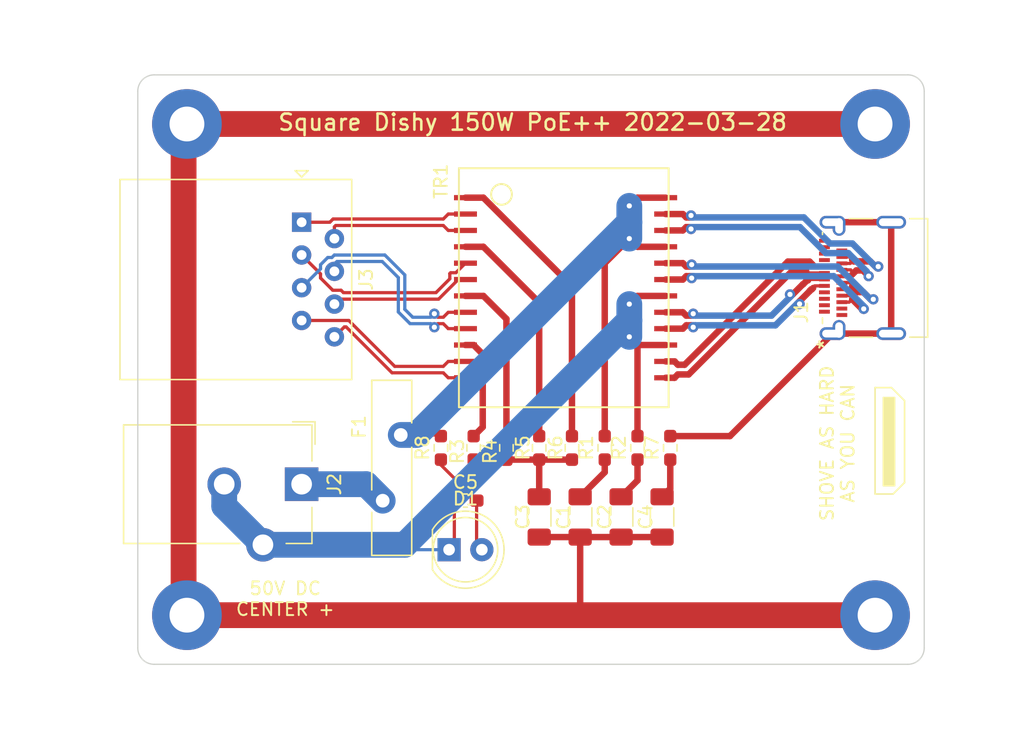
<source format=kicad_pcb>
(kicad_pcb (version 20171130) (host pcbnew 5.1.9+dfsg1-1)

  (general
    (thickness 1.6)
    (drawings 22)
    (tracks 271)
    (zones 0)
    (modules 23)
    (nets 43)
  )

  (page A4)
  (layers
    (0 F.Cu signal)
    (31 B.Cu signal)
    (32 B.Adhes user)
    (33 F.Adhes user)
    (34 B.Paste user)
    (35 F.Paste user)
    (36 B.SilkS user)
    (37 F.SilkS user)
    (38 B.Mask user)
    (39 F.Mask user)
    (40 Dwgs.User user)
    (41 Cmts.User user)
    (42 Eco1.User user)
    (43 Eco2.User user)
    (44 Edge.Cuts user)
    (45 Margin user)
    (46 B.CrtYd user)
    (47 F.CrtYd user)
    (48 B.Fab user)
    (49 F.Fab user)
  )

  (setup
    (last_trace_width 0.25)
    (user_trace_width 0.25)
    (user_trace_width 0.3)
    (user_trace_width 0.5)
    (user_trace_width 2)
    (trace_clearance 0.2)
    (zone_clearance 0.508)
    (zone_45_only no)
    (trace_min 0.2)
    (via_size 0.8)
    (via_drill 0.4)
    (via_min_size 0.4)
    (via_min_drill 0.3)
    (uvia_size 0.3)
    (uvia_drill 0.1)
    (uvias_allowed no)
    (uvia_min_size 0.2)
    (uvia_min_drill 0.1)
    (edge_width 0.05)
    (segment_width 0.2)
    (pcb_text_width 0.3)
    (pcb_text_size 1.5 1.5)
    (mod_edge_width 0.12)
    (mod_text_size 1 1)
    (mod_text_width 0.15)
    (pad_size 1.524 1.524)
    (pad_drill 0.762)
    (pad_to_mask_clearance 0)
    (aux_axis_origin 0 0)
    (visible_elements FFFFFF7F)
    (pcbplotparams
      (layerselection 0x010fc_ffffffff)
      (usegerberextensions false)
      (usegerberattributes true)
      (usegerberadvancedattributes true)
      (creategerberjobfile true)
      (excludeedgelayer true)
      (linewidth 0.100000)
      (plotframeref false)
      (viasonmask false)
      (mode 1)
      (useauxorigin false)
      (hpglpennumber 1)
      (hpglpenspeed 20)
      (hpglpendiameter 15.000000)
      (psnegative false)
      (psa4output false)
      (plotreference true)
      (plotvalue true)
      (plotinvisibletext false)
      (padsonsilk false)
      (subtractmaskfromsilk false)
      (outputformat 1)
      (mirror false)
      (drillshape 0)
      (scaleselection 1)
      (outputdirectory "gerbers/"))
  )

  (net 0 "")
  (net 1 "Net-(C1-Pad2)")
  (net 2 "Net-(C2-Pad2)")
  (net 3 "Net-(C3-Pad1)")
  (net 4 "Net-(C4-Pad2)")
  (net 5 "Net-(R3-Pad1)")
  (net 6 "Net-(R4-Pad1)")
  (net 7 "Net-(R5-Pad1)")
  (net 8 "Net-(R6-Pad1)")
  (net 9 "Net-(J1-PadA10)")
  (net 10 "Net-(J1-PadA3)")
  (net 11 "Net-(J1-PadB1)")
  (net 12 "Net-(J1-PadB12)")
  (net 13 "Net-(J1-PadB2)")
  (net 14 "Net-(J1-PadB11)")
  (net 15 "Net-(J1-PadA12)")
  (net 16 "Net-(J1-PadA11)")
  (net 17 "Net-(J1-PadA2)")
  (net 18 "Net-(J1-PadA1)")
  (net 19 /SL_B-)
  (net 20 /SL_B+)
  (net 21 /SL_Br+)
  (net 22 /SL_G-)
  (net 23 /SL_G+)
  (net 24 /SL_O-)
  (net 25 /SL_O+)
  (net 26 /Br-)
  (net 27 /Br+)
  (net 28 /G-)
  (net 29 /B+)
  (net 30 /B-)
  (net 31 /G+)
  (net 32 /O-)
  (net 33 /O+)
  (net 34 "Net-(J1-PadSH)")
  (net 35 "Net-(J1-PadA9)")
  (net 36 /SL_Br-)
  (net 37 "Net-(J1-PadA4)")
  (net 38 Earth)
  (net 39 "Net-(F1-Pad2)")
  (net 40 "Net-(F1-Pad1)")
  (net 41 "Net-(C5-Pad2)")
  (net 42 "Net-(C5-Pad1)")

  (net_class Default "This is the default net class."
    (clearance 0.2)
    (trace_width 0.25)
    (via_dia 0.8)
    (via_drill 0.4)
    (uvia_dia 0.3)
    (uvia_drill 0.1)
    (diff_pair_width 0.25)
    (diff_pair_gap 0.25)
    (add_net /B+)
    (add_net /B-)
    (add_net /Br+)
    (add_net /Br-)
    (add_net /G+)
    (add_net /G-)
    (add_net /O+)
    (add_net /O-)
    (add_net Earth)
    (add_net "Net-(C1-Pad2)")
    (add_net "Net-(C2-Pad2)")
    (add_net "Net-(C3-Pad1)")
    (add_net "Net-(C4-Pad2)")
    (add_net "Net-(C5-Pad1)")
    (add_net "Net-(C5-Pad2)")
    (add_net "Net-(F1-Pad1)")
    (add_net "Net-(F1-Pad2)")
    (add_net "Net-(J1-PadA10)")
    (add_net "Net-(J1-PadA12)")
    (add_net "Net-(J1-PadA3)")
    (add_net "Net-(J1-PadA4)")
    (add_net "Net-(J1-PadA9)")
    (add_net "Net-(J1-PadB1)")
    (add_net "Net-(J1-PadB12)")
    (add_net "Net-(J1-PadSH)")
    (add_net "Net-(R3-Pad1)")
    (add_net "Net-(R4-Pad1)")
    (add_net "Net-(R5-Pad1)")
    (add_net "Net-(R6-Pad1)")
  )

  (net_class J1 ""
    (clearance 0.2)
    (trace_width 0.5)
    (via_dia 0.8)
    (via_drill 0.4)
    (uvia_dia 0.3)
    (uvia_drill 0.1)
    (diff_pair_width 0.5)
    (diff_pair_gap 0.25)
    (add_net /SL_B+)
    (add_net /SL_B-)
    (add_net /SL_Br+)
    (add_net /SL_Br-)
    (add_net /SL_G+)
    (add_net /SL_G-)
    (add_net /SL_O+)
    (add_net /SL_O-)
    (add_net "Net-(J1-PadA1)")
    (add_net "Net-(J1-PadA11)")
    (add_net "Net-(J1-PadA2)")
    (add_net "Net-(J1-PadB11)")
    (add_net "Net-(J1-PadB2)")
  )

  (net_class J2 ""
    (clearance 0.2)
    (trace_width 1)
    (via_dia 0.8)
    (via_drill 0.4)
    (uvia_dia 0.3)
    (uvia_drill 0.1)
  )

  (module Capacitor_SMD:C_0603_1608Metric_Pad1.08x0.95mm_HandSolder (layer F.Cu) (tedit 5F68FEEF) (tstamp 624281D8)
    (at 123.19 110.49)
    (descr "Capacitor SMD 0603 (1608 Metric), square (rectangular) end terminal, IPC_7351 nominal with elongated pad for handsoldering. (Body size source: IPC-SM-782 page 76, https://www.pcb-3d.com/wordpress/wp-content/uploads/ipc-sm-782a_amendment_1_and_2.pdf), generated with kicad-footprint-generator")
    (tags "capacitor handsolder")
    (path /62494790)
    (attr smd)
    (fp_text reference C5 (at 0 -1.43) (layer F.SilkS)
      (effects (font (size 1 1) (thickness 0.15)))
    )
    (fp_text value "0.1 uF" (at 0 1.43) (layer F.Fab)
      (effects (font (size 1 1) (thickness 0.15)))
    )
    (fp_text user %R (at 0 0) (layer F.Fab)
      (effects (font (size 0.4 0.4) (thickness 0.06)))
    )
    (fp_line (start -0.8 0.4) (end -0.8 -0.4) (layer F.Fab) (width 0.1))
    (fp_line (start -0.8 -0.4) (end 0.8 -0.4) (layer F.Fab) (width 0.1))
    (fp_line (start 0.8 -0.4) (end 0.8 0.4) (layer F.Fab) (width 0.1))
    (fp_line (start 0.8 0.4) (end -0.8 0.4) (layer F.Fab) (width 0.1))
    (fp_line (start -0.146267 -0.51) (end 0.146267 -0.51) (layer F.SilkS) (width 0.12))
    (fp_line (start -0.146267 0.51) (end 0.146267 0.51) (layer F.SilkS) (width 0.12))
    (fp_line (start -1.65 0.73) (end -1.65 -0.73) (layer F.CrtYd) (width 0.05))
    (fp_line (start -1.65 -0.73) (end 1.65 -0.73) (layer F.CrtYd) (width 0.05))
    (fp_line (start 1.65 -0.73) (end 1.65 0.73) (layer F.CrtYd) (width 0.05))
    (fp_line (start 1.65 0.73) (end -1.65 0.73) (layer F.CrtYd) (width 0.05))
    (pad 2 smd roundrect (at 0.8625 0) (size 1.075 0.95) (layers F.Cu F.Paste F.Mask) (roundrect_rratio 0.25)
      (net 41 "Net-(C5-Pad2)"))
    (pad 1 smd roundrect (at -0.8625 0) (size 1.075 0.95) (layers F.Cu F.Paste F.Mask) (roundrect_rratio 0.25)
      (net 42 "Net-(C5-Pad1)"))
    (model ${KISYS3DMOD}/Capacitor_SMD.3dshapes/C_0603_1608Metric.wrl
      (at (xyz 0 0 0))
      (scale (xyz 1 1 1))
      (rotate (xyz 0 0 0))
    )
  )

  (module Resistor_SMD:R_0603_1608Metric_Pad0.98x0.95mm_HandSolder (layer F.Cu) (tedit 5F68FEEE) (tstamp 62427827)
    (at 121.285 106.4025 90)
    (descr "Resistor SMD 0603 (1608 Metric), square (rectangular) end terminal, IPC_7351 nominal with elongated pad for handsoldering. (Body size source: IPC-SM-782 page 72, https://www.pcb-3d.com/wordpress/wp-content/uploads/ipc-sm-782a_amendment_1_and_2.pdf), generated with kicad-footprint-generator")
    (tags "resistor handsolder")
    (path /6246D7E8)
    (attr smd)
    (fp_text reference R8 (at 0 -1.43 90) (layer F.SilkS)
      (effects (font (size 1 1) (thickness 0.15)))
    )
    (fp_text value "27k 1/8W" (at 0 1.43 90) (layer F.Fab)
      (effects (font (size 1 1) (thickness 0.15)))
    )
    (fp_text user %R (at 0 0 90) (layer F.Fab)
      (effects (font (size 0.4 0.4) (thickness 0.06)))
    )
    (fp_line (start -0.8 0.4125) (end -0.8 -0.4125) (layer F.Fab) (width 0.1))
    (fp_line (start -0.8 -0.4125) (end 0.8 -0.4125) (layer F.Fab) (width 0.1))
    (fp_line (start 0.8 -0.4125) (end 0.8 0.4125) (layer F.Fab) (width 0.1))
    (fp_line (start 0.8 0.4125) (end -0.8 0.4125) (layer F.Fab) (width 0.1))
    (fp_line (start -0.254724 -0.5225) (end 0.254724 -0.5225) (layer F.SilkS) (width 0.12))
    (fp_line (start -0.254724 0.5225) (end 0.254724 0.5225) (layer F.SilkS) (width 0.12))
    (fp_line (start -1.65 0.73) (end -1.65 -0.73) (layer F.CrtYd) (width 0.05))
    (fp_line (start -1.65 -0.73) (end 1.65 -0.73) (layer F.CrtYd) (width 0.05))
    (fp_line (start 1.65 -0.73) (end 1.65 0.73) (layer F.CrtYd) (width 0.05))
    (fp_line (start 1.65 0.73) (end -1.65 0.73) (layer F.CrtYd) (width 0.05))
    (pad 2 smd roundrect (at 0.9125 0 90) (size 0.975 0.95) (layers F.Cu F.Paste F.Mask) (roundrect_rratio 0.25)
      (net 40 "Net-(F1-Pad1)"))
    (pad 1 smd roundrect (at -0.9125 0 90) (size 0.975 0.95) (layers F.Cu F.Paste F.Mask) (roundrect_rratio 0.25)
      (net 41 "Net-(C5-Pad2)"))
    (model ${KISYS3DMOD}/Resistor_SMD.3dshapes/R_0603_1608Metric.wrl
      (at (xyz 0 0 0))
      (scale (xyz 1 1 1))
      (rotate (xyz 0 0 0))
    )
  )

  (module poe++:FUSRB510W81L1358T310H1980 (layer F.Cu) (tedit 62421689) (tstamp 62427B12)
    (at 117.475 107.95 270)
    (path /6245B3BD)
    (fp_text reference F1 (at -3.175 2.54 90) (layer F.SilkS)
      (effects (font (size 1.000803 1.000803) (thickness 0.15)))
    )
    (fp_text value Polyfuse_Small (at 9.3041 2.80773 90) (layer F.Fab)
      (effects (font (size 1.000976 1.000976) (thickness 0.15)))
    )
    (fp_line (start -6.79 1.55) (end 6.79 1.55) (layer F.Fab) (width 0.127))
    (fp_line (start 6.79 -1.55) (end -6.79 -1.55) (layer F.Fab) (width 0.127))
    (fp_line (start 6.79 -1.55) (end 6.79 1.55) (layer F.SilkS) (width 0.127))
    (fp_line (start -7.04 -1.8) (end 7.04 -1.8) (layer F.CrtYd) (width 0.127))
    (fp_line (start 7.04 -1.8) (end 7.04 1.8) (layer F.CrtYd) (width 0.127))
    (fp_line (start 7.04 1.8) (end -7.04 1.8) (layer F.CrtYd) (width 0.127))
    (fp_line (start -7.04 1.8) (end -7.04 -1.8) (layer F.CrtYd) (width 0.127))
    (fp_line (start -6.79 -1.55) (end -6.79 1.55) (layer F.SilkS) (width 0.127))
    (fp_line (start -6.79 -1.55) (end -6.79 1.55) (layer F.Fab) (width 0.127))
    (fp_line (start 6.79 -1.55) (end 6.79 1.55) (layer F.Fab) (width 0.127))
    (fp_line (start -6.79 -1.55) (end -3.49 -1.55) (layer F.SilkS) (width 0.127))
    (fp_line (start -1.59 -1.55) (end 6.79 -1.55) (layer F.SilkS) (width 0.127))
    (fp_line (start 3.46 1.55) (end 6.79 1.55) (layer F.SilkS) (width 0.127))
    (fp_line (start -6.79 1.55) (end 1.71 1.55) (layer F.SilkS) (width 0.127))
    (pad 2 thru_hole circle (at 2.55 0.7 270) (size 1.59 1.59) (drill 1.06) (layers *.Cu *.Mask)
      (net 39 "Net-(F1-Pad2)"))
    (pad 1 thru_hole circle (at -2.55 -0.7 270) (size 1.59 1.59) (drill 1.06) (layers *.Cu *.Mask)
      (net 40 "Net-(F1-Pad1)"))
    (model ${KIPRJMOD}/poe++.pretty/mf-rx185_72.stp
      (offset (xyz 0 0 9.525))
      (scale (xyz 1 1 1))
      (rotate (xyz -90 0 0))
    )
  )

  (module LED_THT:LED_D5.0mm (layer F.Cu) (tedit 5995936A) (tstamp 62427426)
    (at 121.92 114.3)
    (descr "LED, diameter 5.0mm, 2 pins, http://cdn-reichelt.de/documents/datenblatt/A500/LL-504BC2E-009.pdf")
    (tags "LED diameter 5.0mm 2 pins")
    (path /6246C30C)
    (fp_text reference D1 (at 1.27 -3.96) (layer F.SilkS)
      (effects (font (size 1 1) (thickness 0.15)))
    )
    (fp_text value LED_Small (at 1.27 3.96) (layer F.Fab)
      (effects (font (size 1 1) (thickness 0.15)))
    )
    (fp_text user %R (at 1.25 0) (layer F.Fab)
      (effects (font (size 0.8 0.8) (thickness 0.2)))
    )
    (fp_arc (start 1.27 0) (end -1.29 1.54483) (angle -148.9) (layer F.SilkS) (width 0.12))
    (fp_arc (start 1.27 0) (end -1.29 -1.54483) (angle 148.9) (layer F.SilkS) (width 0.12))
    (fp_arc (start 1.27 0) (end -1.23 -1.469694) (angle 299.1) (layer F.Fab) (width 0.1))
    (fp_circle (center 1.27 0) (end 3.77 0) (layer F.Fab) (width 0.1))
    (fp_circle (center 1.27 0) (end 3.77 0) (layer F.SilkS) (width 0.12))
    (fp_line (start -1.23 -1.469694) (end -1.23 1.469694) (layer F.Fab) (width 0.1))
    (fp_line (start -1.29 -1.545) (end -1.29 1.545) (layer F.SilkS) (width 0.12))
    (fp_line (start -1.95 -3.25) (end -1.95 3.25) (layer F.CrtYd) (width 0.05))
    (fp_line (start -1.95 3.25) (end 4.5 3.25) (layer F.CrtYd) (width 0.05))
    (fp_line (start 4.5 3.25) (end 4.5 -3.25) (layer F.CrtYd) (width 0.05))
    (fp_line (start 4.5 -3.25) (end -1.95 -3.25) (layer F.CrtYd) (width 0.05))
    (pad 2 thru_hole circle (at 2.54 0) (size 1.8 1.8) (drill 0.9) (layers *.Cu *.Mask)
      (net 41 "Net-(C5-Pad2)"))
    (pad 1 thru_hole rect (at 0 0) (size 1.8 1.8) (drill 0.9) (layers *.Cu *.Mask)
      (net 42 "Net-(C5-Pad1)"))
    (model ${KISYS3DMOD}/LED_THT.3dshapes/LED_D5.0mm.wrl
      (at (xyz 0 0 0))
      (scale (xyz 1 1 1))
      (rotate (xyz 0 0 0))
    )
  )

  (module Connector_BarrelJack:BarrelJack_CUI_PJ-102AH_Horizontal (layer F.Cu) (tedit 5A1DBF38) (tstamp 62422722)
    (at 110.49 109.22 270)
    (descr "Thin-pin DC Barrel Jack, https://cdn-shop.adafruit.com/datasheets/21mmdcjackDatasheet.pdf")
    (tags "Power Jack")
    (path /626412F1)
    (fp_text reference J2 (at 0 -2.54 90) (layer F.SilkS)
      (effects (font (size 1 1) (thickness 0.15)))
    )
    (fp_text value Barrel_Jack_Switch (at -5.5 6.2) (layer F.Fab)
      (effects (font (size 1 1) (thickness 0.15)))
    )
    (fp_line (start -4.5 10.2) (end 4.5 10.2) (layer F.Fab) (width 0.1))
    (fp_line (start -3.5 -0.7) (end 4.5 -0.7) (layer F.Fab) (width 0.1))
    (fp_line (start -4.5 0.3) (end -3.5 -0.7) (layer F.Fab) (width 0.1))
    (fp_line (start -4.5 13.7) (end -4.5 0.3) (layer F.Fab) (width 0.1))
    (fp_line (start 4.5 13.7) (end -4.5 13.7) (layer F.Fab) (width 0.1))
    (fp_line (start 4.5 -0.7) (end 4.5 13.7) (layer F.Fab) (width 0.1))
    (fp_line (start -4.84 -1.04) (end -3.1 -1.04) (layer F.SilkS) (width 0.12))
    (fp_line (start -4.84 0.7) (end -4.84 -1.04) (layer F.SilkS) (width 0.12))
    (fp_line (start 4.6 -0.8) (end 4.6 1.2) (layer F.SilkS) (width 0.12))
    (fp_line (start 1.8 -0.8) (end 4.6 -0.8) (layer F.SilkS) (width 0.12))
    (fp_line (start -4.6 -0.8) (end -1.8 -0.8) (layer F.SilkS) (width 0.12))
    (fp_line (start -4.6 13.8) (end -4.6 -0.8) (layer F.SilkS) (width 0.12))
    (fp_line (start 4.6 13.8) (end -4.6 13.8) (layer F.SilkS) (width 0.12))
    (fp_line (start 4.6 4.8) (end 4.6 13.8) (layer F.SilkS) (width 0.12))
    (fp_line (start -1.8 -1.8) (end 1.8 -1.8) (layer F.CrtYd) (width 0.05))
    (fp_line (start -1.8 -1.2) (end -1.8 -1.8) (layer F.CrtYd) (width 0.05))
    (fp_line (start -5 -1.2) (end -1.8 -1.2) (layer F.CrtYd) (width 0.05))
    (fp_line (start -5 14.2) (end -5 -1.2) (layer F.CrtYd) (width 0.05))
    (fp_line (start 5 14.2) (end -5 14.2) (layer F.CrtYd) (width 0.05))
    (fp_line (start 5 4.8) (end 5 14.2) (layer F.CrtYd) (width 0.05))
    (fp_line (start 6.5 4.8) (end 5 4.8) (layer F.CrtYd) (width 0.05))
    (fp_line (start 6.5 1.2) (end 6.5 4.8) (layer F.CrtYd) (width 0.05))
    (fp_line (start 5 1.2) (end 6.5 1.2) (layer F.CrtYd) (width 0.05))
    (fp_line (start 5 -1.2) (end 5 1.2) (layer F.CrtYd) (width 0.05))
    (fp_line (start 1.8 -1.2) (end 5 -1.2) (layer F.CrtYd) (width 0.05))
    (fp_line (start 1.8 -1.8) (end 1.8 -1.2) (layer F.CrtYd) (width 0.05))
    (fp_text user %R (at 0 6.5 90) (layer F.Fab)
      (effects (font (size 1 1) (thickness 0.15)))
    )
    (pad 3 thru_hole circle (at 4.7 3 270) (size 2.6 2.6) (drill 1.6) (layers *.Cu *.Mask)
      (net 42 "Net-(C5-Pad1)"))
    (pad 2 thru_hole circle (at 0 6 270) (size 2.6 2.6) (drill 1.6) (layers *.Cu *.Mask)
      (net 42 "Net-(C5-Pad1)"))
    (pad 1 thru_hole rect (at 0 0 270) (size 2.6 2.6) (drill 1.6) (layers *.Cu *.Mask)
      (net 39 "Net-(F1-Pad2)"))
    (model ${KISYS3DMOD}/Connector_BarrelJack.3dshapes/BarrelJack_CUI_PJ-102AH_Horizontal.wrl
      (at (xyz 0 0 0))
      (scale (xyz 1 1 1))
      (rotate (xyz 0 0 0))
    )
    (model ${KIPRJMOD}/poe++.pretty/PJ-102AH--3DModel-STEP-56544.STEP
      (offset (xyz 0 -13.7 6.5))
      (scale (xyz 1 1 1))
      (rotate (xyz -90 0 0))
    )
  )

  (module MountingHole:MountingHole_2.7mm_M2.5_Pad (layer F.Cu) (tedit 56D1B4CB) (tstamp 62421487)
    (at 154.94 119.38)
    (descr "Mounting Hole 2.7mm, M2.5")
    (tags "mounting hole 2.7mm m2.5")
    (path /6261D102)
    (attr virtual)
    (fp_text reference H4 (at 0 -3.7) (layer F.SilkS) hide
      (effects (font (size 1 1) (thickness 0.15)))
    )
    (fp_text value MountingHole_Pad (at 0 3.7) (layer F.Fab)
      (effects (font (size 1 1) (thickness 0.15)))
    )
    (fp_circle (center 0 0) (end 2.95 0) (layer F.CrtYd) (width 0.05))
    (fp_circle (center 0 0) (end 2.7 0) (layer Cmts.User) (width 0.15))
    (fp_text user %R (at 0.3 0) (layer F.Fab)
      (effects (font (size 1 1) (thickness 0.15)))
    )
    (pad 1 thru_hole circle (at 0 0) (size 5.4 5.4) (drill 2.7) (layers *.Cu *.Mask)
      (net 38 Earth))
  )

  (module MountingHole:MountingHole_2.7mm_M2.5_Pad (layer F.Cu) (tedit 56D1B4CB) (tstamp 6242509C)
    (at 154.94 81.28)
    (descr "Mounting Hole 2.7mm, M2.5")
    (tags "mounting hole 2.7mm m2.5")
    (path /6261CC2C)
    (attr virtual)
    (fp_text reference H3 (at 0 -3.7) (layer F.SilkS) hide
      (effects (font (size 1 1) (thickness 0.15)))
    )
    (fp_text value MountingHole_Pad (at 0 3.7) (layer F.Fab)
      (effects (font (size 1 1) (thickness 0.15)))
    )
    (fp_circle (center 0 0) (end 2.95 0) (layer F.CrtYd) (width 0.05))
    (fp_circle (center 0 0) (end 2.7 0) (layer Cmts.User) (width 0.15))
    (fp_text user %R (at 0.3 0) (layer F.Fab)
      (effects (font (size 1 1) (thickness 0.15)))
    )
    (pad 1 thru_hole circle (at 0 0) (size 5.4 5.4) (drill 2.7) (layers *.Cu *.Mask)
      (net 38 Earth))
  )

  (module MountingHole:MountingHole_2.7mm_M2.5_Pad (layer F.Cu) (tedit 56D1B4CB) (tstamp 62421728)
    (at 101.6 119.38)
    (descr "Mounting Hole 2.7mm, M2.5")
    (tags "mounting hole 2.7mm m2.5")
    (path /6261C69B)
    (attr virtual)
    (fp_text reference H2 (at 0 -3.7) (layer F.SilkS) hide
      (effects (font (size 1 1) (thickness 0.15)))
    )
    (fp_text value MountingHole_Pad (at 0 3.7) (layer F.Fab)
      (effects (font (size 1 1) (thickness 0.15)))
    )
    (fp_circle (center 0 0) (end 2.95 0) (layer F.CrtYd) (width 0.05))
    (fp_circle (center 0 0) (end 2.7 0) (layer Cmts.User) (width 0.15))
    (fp_text user %R (at 0.3 0) (layer F.Fab)
      (effects (font (size 1 1) (thickness 0.15)))
    )
    (pad 1 thru_hole circle (at 0 0) (size 5.4 5.4) (drill 2.7) (layers *.Cu *.Mask)
      (net 38 Earth))
  )

  (module MountingHole:MountingHole_2.7mm_M2.5_Pad (layer F.Cu) (tedit 56D1B4CB) (tstamp 6242146F)
    (at 101.6 81.28)
    (descr "Mounting Hole 2.7mm, M2.5")
    (tags "mounting hole 2.7mm m2.5")
    (path /6261B9CB)
    (attr virtual)
    (fp_text reference H1 (at 0 -3.7) (layer F.SilkS) hide
      (effects (font (size 1 1) (thickness 0.15)))
    )
    (fp_text value MountingHole_Pad (at 0 3.7) (layer F.Fab)
      (effects (font (size 1 1) (thickness 0.15)))
    )
    (fp_circle (center 0 0) (end 2.95 0) (layer F.CrtYd) (width 0.05))
    (fp_circle (center 0 0) (end 2.7 0) (layer Cmts.User) (width 0.15))
    (fp_text user %R (at 0.3 0) (layer F.Fab)
      (effects (font (size 1 1) (thickness 0.15)))
    )
    (pad 1 thru_hole circle (at 0 0) (size 5.4 5.4) (drill 2.7) (layers *.Cu *.Mask)
      (net 38 Earth))
  )

  (module poe++:USB4080-03-A (layer F.Cu) (tedit 6241D583) (tstamp 62424FB7)
    (at 154.94 93.218 90)
    (path /62573B4D)
    (fp_text reference J1 (at -2.667 -5.715 90) (layer F.SilkS)
      (effects (font (size 1 1) (thickness 0.15)))
    )
    (fp_text value USB4080-03-A (at 0 -3.9243 90) (layer F.SilkS) hide
      (effects (font (size 1 1) (thickness 0.15)))
    )
    (fp_line (start 5.06984 -4.55676) (end 3.57124 -4.55676) (layer F.CrtYd) (width 0.05))
    (fp_line (start -4.5974 4.0767) (end 4.5974 4.0767) (layer F.SilkS) (width 0.12))
    (fp_line (start 4.5974 4.0767) (end 4.5974 2.690464) (layer F.SilkS) (width 0.12))
    (fp_line (start 3.537495 -4.0767) (end 3.36804 -4.0767) (layer F.SilkS) (width 0.12))
    (fp_line (start -4.5974 -2.011076) (end -4.5974 -0.191104) (layer F.SilkS) (width 0.12))
    (fp_line (start -4.4704 3.9497) (end 4.4704 3.9497) (layer F.Fab) (width 0.1))
    (fp_line (start 4.4704 3.9497) (end 4.4704 -3.9497) (layer F.Fab) (width 0.1))
    (fp_line (start 4.4704 -3.9497) (end -4.4704 -3.9497) (layer F.Fab) (width 0.1))
    (fp_line (start -4.4704 -3.9497) (end -4.4704 3.9497) (layer F.Fab) (width 0.1))
    (fp_line (start -3.10642 -4.0767) (end -3.537495 -4.0767) (layer F.SilkS) (width 0.12))
    (fp_line (start 0 -3.9497) (end 0 -3.9497) (layer F.Fab) (width 0.1))
    (fp_line (start 0 -3.9497) (end 0 -3.9497) (layer F.Fab) (width 0.1))
    (fp_line (start 0 -3.9497) (end 0 -3.9497) (layer F.Fab) (width 0.1))
    (fp_line (start 0 -3.9497) (end 0 -3.9497) (layer F.Fab) (width 0.1))
    (fp_line (start -4.5974 2.690464) (end -4.5974 4.0767) (layer F.SilkS) (width 0.12))
    (fp_line (start 4.5974 -0.191104) (end 4.5974 -2.011076) (layer F.SilkS) (width 0.12))
    (fp_line (start 3.57124 -4.55676) (end 3.57124 -4.2037) (layer F.CrtYd) (width 0.05))
    (fp_line (start 3.57124 -4.2037) (end 3.2893 -4.2037) (layer F.CrtYd) (width 0.05))
    (fp_line (start 3.2893 -4.2037) (end 3.2893 -4.5974) (layer F.CrtYd) (width 0.05))
    (fp_line (start 3.2893 -4.5974) (end -3.02768 -4.5974) (layer F.CrtYd) (width 0.05))
    (fp_line (start -3.02768 -4.5974) (end -3.02768 -4.2037) (layer F.CrtYd) (width 0.05))
    (fp_line (start -3.02768 -4.2037) (end -3.57124 -4.2037) (layer F.CrtYd) (width 0.05))
    (fp_line (start -3.57124 -4.2037) (end -3.57124 -4.55676) (layer F.CrtYd) (width 0.05))
    (fp_line (start -3.57124 -4.55676) (end -5.06984 -4.55676) (layer F.CrtYd) (width 0.05))
    (fp_line (start -5.06984 -4.55676) (end -5.06984 -2.04216) (layer F.CrtYd) (width 0.05))
    (fp_line (start -5.06984 -2.04216) (end -4.7244 -2.04216) (layer F.CrtYd) (width 0.05))
    (fp_line (start -4.7244 -2.04216) (end -4.7244 -0.16002) (layer F.CrtYd) (width 0.05))
    (fp_line (start -4.7244 -0.16002) (end -5.06984 -0.16002) (layer F.CrtYd) (width 0.05))
    (fp_line (start -5.06984 -0.16002) (end -5.06984 2.65938) (layer F.CrtYd) (width 0.05))
    (fp_line (start -5.06984 2.65938) (end -4.7244 2.65938) (layer F.CrtYd) (width 0.05))
    (fp_line (start -4.7244 2.65938) (end -4.7244 4.2037) (layer F.CrtYd) (width 0.05))
    (fp_line (start -4.7244 4.2037) (end 4.7244 4.2037) (layer F.CrtYd) (width 0.05))
    (fp_line (start 4.7244 4.2037) (end 4.7244 2.65938) (layer F.CrtYd) (width 0.05))
    (fp_line (start 4.7244 2.65938) (end 5.06984 2.65938) (layer F.CrtYd) (width 0.05))
    (fp_line (start 5.06984 2.65938) (end 5.06984 -0.16002) (layer F.CrtYd) (width 0.05))
    (fp_line (start 5.06984 -0.16002) (end 4.7244 -0.16002) (layer F.CrtYd) (width 0.05))
    (fp_line (start 4.7244 -0.16002) (end 4.7244 -2.04216) (layer F.CrtYd) (width 0.05))
    (fp_line (start 4.7244 -2.04216) (end 5.06984 -2.04216) (layer F.CrtYd) (width 0.05))
    (fp_line (start 5.06984 -2.04216) (end 5.06984 -4.55676) (layer F.CrtYd) (width 0.05))
    (fp_line (start 3.57124 -4.2037) (end 3.2893 -4.2037) (layer F.CrtYd) (width 0.05))
    (fp_line (start 3.2893 -4.2037) (end 3.2893 -4.5974) (layer F.CrtYd) (width 0.05))
    (fp_line (start 3.2893 -4.5974) (end -3.02768 -4.5974) (layer F.CrtYd) (width 0.05))
    (fp_line (start -3.02768 -4.5974) (end -3.02768 -4.2037) (layer F.CrtYd) (width 0.05))
    (fp_line (start -3.02768 -4.2037) (end -3.57124 -4.2037) (layer F.CrtYd) (width 0.05))
    (fp_line (start -3.57124 -4.2037) (end -3.57124 -4.55676) (layer F.CrtYd) (width 0.05))
    (fp_line (start -3.57124 -4.55676) (end -5.06984 -4.55676) (layer F.CrtYd) (width 0.05))
    (fp_line (start -5.06984 -4.55676) (end -5.06984 -2.04216) (layer F.CrtYd) (width 0.05))
    (fp_line (start -5.06984 -2.04216) (end -4.7244 -2.04216) (layer F.CrtYd) (width 0.05))
    (fp_line (start -4.7244 -2.04216) (end -4.7244 -0.16002) (layer F.CrtYd) (width 0.05))
    (fp_line (start -4.7244 -0.16002) (end -5.06984 -0.16002) (layer F.CrtYd) (width 0.05))
    (fp_line (start -5.06984 -0.16002) (end -5.06984 2.65938) (layer F.CrtYd) (width 0.05))
    (fp_line (start -5.06984 2.65938) (end -4.7244 2.65938) (layer F.CrtYd) (width 0.05))
    (fp_line (start -4.7244 2.65938) (end -4.7244 4.2037) (layer F.CrtYd) (width 0.05))
    (fp_line (start -4.7244 4.2037) (end 4.7244 4.2037) (layer F.CrtYd) (width 0.05))
    (fp_line (start 4.7244 4.2037) (end 4.7244 2.65938) (layer F.CrtYd) (width 0.05))
    (fp_line (start 4.7244 2.65938) (end 5.06984 2.65938) (layer F.CrtYd) (width 0.05))
    (fp_line (start 5.06984 2.65938) (end 5.06984 -0.16002) (layer F.CrtYd) (width 0.05))
    (fp_line (start 5.06984 -0.16002) (end 4.7244 -0.16002) (layer F.CrtYd) (width 0.05))
    (fp_line (start 4.7244 -0.16002) (end 4.7244 -2.04216) (layer F.CrtYd) (width 0.05))
    (fp_line (start 4.7244 -2.04216) (end 5.06984 -2.04216) (layer F.CrtYd) (width 0.05))
    (fp_line (start 5.06984 -2.04216) (end 5.06984 -4.55676) (layer F.CrtYd) (width 0.05))
    (fp_line (start 5.06984 -4.55676) (end 3.57124 -4.55676) (layer F.CrtYd) (width 0.05))
    (fp_line (start 3.57124 -4.55676) (end 3.57124 -4.2037) (layer F.CrtYd) (width 0.05))
    (fp_text user "Copyright 2021 Accelerated Designs. All rights reserved." (at 0 0 90) (layer Cmts.User)
      (effects (font (size 0.127 0.127) (thickness 0.002)))
    )
    (fp_text user * (at -5.16128 -3.9243 90) (layer F.Fab)
      (effects (font (size 1 1) (thickness 0.15)))
    )
    (fp_text user * (at -5.16128 -3.9243 90) (layer F.SilkS)
      (effects (font (size 1 1) (thickness 0.15)))
    )
    (fp_text user * (at -5.16128 -3.9243 90) (layer F.Fab)
      (effects (font (size 1 1) (thickness 0.15)))
    )
    (fp_text user * (at -5.16128 -3.9243 90) (layer F.SilkS)
      (effects (font (size 1 1) (thickness 0.15)))
    )
    (pad SH thru_hole oval (at 4.04114 -2.79146 90) (size 1.5494 0.9906) (drill oval 1.19888 0.59944) (layers *.Cu *.Mask)
      (net 34 "Net-(J1-PadSH)"))
    (pad SH thru_hole oval (at -4.04114 -2.79146 90) (size 1.5494 0.9906) (drill oval 1.19888 0.59944) (layers *.Cu *.Mask)
      (net 34 "Net-(J1-PadSH)"))
    (pad SH thru_hole oval (at 4.32054 -3.29946 90) (size 0.9906 2.0066) (drill oval 0.59944 1.6002) (layers *.Cu *.Mask)
      (net 34 "Net-(J1-PadSH)"))
    (pad SH thru_hole oval (at -4.32054 -3.29946 90) (size 0.9906 2.0066) (drill oval 0.59944 1.6002) (layers *.Cu *.Mask)
      (net 34 "Net-(J1-PadSH)"))
    (pad SH thru_hole oval (at 4.32054 1.24968 90) (size 0.9906 2.3114) (drill oval 0.59944 1.89992) (layers *.Cu *.Mask)
      (net 34 "Net-(J1-PadSH)"))
    (pad SH thru_hole oval (at -4.32054 1.24968 90) (size 0.9906 2.3114) (drill oval 0.59944 1.89992) (layers *.Cu *.Mask)
      (net 34 "Net-(J1-PadSH)"))
    (pad 26 np_thru_hole circle (at 3.39979 -1.95072 90) (size 0.5588 0.5588) (drill 0.5588) (layers *.Cu *.Mask))
    (pad 25 np_thru_hole circle (at -3.39979 -1.95072 90) (size 0.5588 0.5588) (drill 0.5588) (layers *.Cu *.Mask))
    (pad B1 smd rect (at 2.62528 -2.57556 90) (size 0.3048 0.8382) (layers F.Cu F.Paste F.Mask)
      (net 11 "Net-(J1-PadB1)"))
    (pad B2 smd rect (at 2.1249 -2.57556 90) (size 0.3048 0.8382) (layers F.Cu F.Paste F.Mask)
      (net 13 "Net-(J1-PadB2)"))
    (pad B3 smd rect (at 1.62452 -2.57556 90) (size 0.3048 0.8382) (layers F.Cu F.Paste F.Mask)
      (net 25 /SL_O+))
    (pad B4 smd rect (at 1.12414 -2.57556 90) (size 0.3048 0.8382) (layers F.Cu F.Paste F.Mask)
      (net 25 /SL_O+))
    (pad B5 smd rect (at 0.62376 -2.57556 90) (size 0.3048 0.8382) (layers F.Cu F.Paste F.Mask)
      (net 24 /SL_O-))
    (pad B6 smd rect (at 0.12338 -2.57556 90) (size 0.3048 0.8382) (layers F.Cu F.Paste F.Mask)
      (net 24 /SL_O-))
    (pad B7 smd rect (at -0.377 -2.57556 90) (size 0.3048 0.8382) (layers F.Cu F.Paste F.Mask)
      (net 23 /SL_G+))
    (pad B8 smd rect (at -0.87738 -2.57556 90) (size 0.3048 0.8382) (layers F.Cu F.Paste F.Mask)
      (net 23 /SL_G+))
    (pad B9 smd rect (at -1.37776 -2.57556 90) (size 0.3048 0.8382) (layers F.Cu F.Paste F.Mask)
      (net 22 /SL_G-))
    (pad B10 smd rect (at -1.87814 -2.57556 90) (size 0.3048 0.8382) (layers F.Cu F.Paste F.Mask)
      (net 22 /SL_G-))
    (pad B11 smd rect (at -2.37852 -2.57556 90) (size 0.3048 0.8382) (layers F.Cu F.Paste F.Mask)
      (net 14 "Net-(J1-PadB11)"))
    (pad B12 smd rect (at -2.8789 -2.57556 90) (size 0.3048 0.8382) (layers F.Cu F.Paste F.Mask)
      (net 12 "Net-(J1-PadB12)"))
    (pad A12 smd rect (at 2.8829 -3.9243 90) (size 0.3048 0.8382) (layers F.Cu F.Paste F.Mask)
      (net 15 "Net-(J1-PadA12)"))
    (pad A11 smd rect (at 2.38252 -3.9243 90) (size 0.3048 0.8382) (layers F.Cu F.Paste F.Mask)
      (net 16 "Net-(J1-PadA11)"))
    (pad A10 smd rect (at 1.88214 -3.9243 90) (size 0.3048 0.8382) (layers F.Cu F.Paste F.Mask)
      (net 9 "Net-(J1-PadA10)"))
    (pad A9 smd rect (at 1.38176 -3.9243 90) (size 0.3048 0.8382) (layers F.Cu F.Paste F.Mask)
      (net 35 "Net-(J1-PadA9)"))
    (pad A8 smd rect (at 0.88138 -3.9243 90) (size 0.3048 0.8382) (layers F.Cu F.Paste F.Mask)
      (net 21 /SL_Br+))
    (pad A7 smd rect (at 0.381 -3.9243 90) (size 0.3048 0.8382) (layers F.Cu F.Paste F.Mask)
      (net 36 /SL_Br-))
    (pad A6 smd rect (at -0.11938 -3.9243 90) (size 0.3048 0.8382) (layers F.Cu F.Paste F.Mask)
      (net 20 /SL_B+))
    (pad A5 smd rect (at -0.61976 -3.9243 90) (size 0.3048 0.8382) (layers F.Cu F.Paste F.Mask)
      (net 19 /SL_B-))
    (pad A4 smd rect (at -1.12014 -3.9243 90) (size 0.3048 0.8382) (layers F.Cu F.Paste F.Mask)
      (net 37 "Net-(J1-PadA4)"))
    (pad A3 smd rect (at -1.62052 -3.9243 90) (size 0.3048 0.8382) (layers F.Cu F.Paste F.Mask)
      (net 10 "Net-(J1-PadA3)"))
    (pad A2 smd rect (at -2.1209 -3.9243 90) (size 0.3048 0.8382) (layers F.Cu F.Paste F.Mask)
      (net 17 "Net-(J1-PadA2)"))
    (pad A1 smd rect (at -2.62128 -3.9243 90) (size 0.3048 0.8382) (layers F.Cu F.Paste F.Mask)
      (net 18 "Net-(J1-PadA1)"))
    (model ${KIPRJMOD}/poe++.pretty/USB4080-03-A--3DModel-STEP-418109.STEP
      (offset (xyz 0 3.3 0))
      (scale (xyz 1 1 1))
      (rotate (xyz -90 0 0))
    )
  )

  (module poe++:WA8704-ALD (layer F.Cu) (tedit 6241064D) (tstamp 624254D6)
    (at 123.19 86.995 270)
    (path /6241F5DB)
    (fp_text reference TR1 (at -1.27 1.905 90) (layer F.SilkS)
      (effects (font (size 1 1) (thickness 0.15)))
    )
    (fp_text value WA8704-AL (at 0 -0.5 90) (layer F.Fab)
      (effects (font (size 1 1) (thickness 0.15)))
    )
    (fp_circle (center -0.254 -2.794) (end 0 -3.556) (layer F.SilkS) (width 0.15))
    (fp_line (start -2.286 -15.748) (end -2.286 0.508) (layer F.SilkS) (width 0.15))
    (fp_line (start 16.256 -15.748) (end -2.286 -15.748) (layer F.SilkS) (width 0.15))
    (fp_line (start 16.256 0.508) (end 16.256 -15.748) (layer F.SilkS) (width 0.15))
    (fp_line (start -2.286 0.508) (end 16.256 0.508) (layer F.SilkS) (width 0.15))
    (pad 13 smd rect (at 13.97 -15.5194 270) (size 0.4064 1.778) (layers F.Cu F.Paste F.Mask)
      (net 36 /SL_Br-))
    (pad 24 smd rect (at 0 -15.5194 270) (size 0.4064 1.778) (layers F.Cu F.Paste F.Mask)
      (net 40 "Net-(F1-Pad1)"))
    (pad 23 smd rect (at 1.27 -15.5194 270) (size 0.4064 1.778) (layers F.Cu F.Paste F.Mask)
      (net 25 /SL_O+))
    (pad 22 smd rect (at 2.54 -15.5194 270) (size 0.4064 1.778) (layers F.Cu F.Paste F.Mask)
      (net 24 /SL_O-))
    (pad 21 smd rect (at 3.81 -15.5194 270) (size 0.4064 1.778) (layers F.Cu F.Paste F.Mask)
      (net 40 "Net-(F1-Pad1)"))
    (pad 20 smd rect (at 5.08 -15.5194 270) (size 0.4064 1.778) (layers F.Cu F.Paste F.Mask)
      (net 23 /SL_G+))
    (pad 19 smd rect (at 6.35 -15.5194 270) (size 0.4064 1.778) (layers F.Cu F.Paste F.Mask)
      (net 22 /SL_G-))
    (pad 18 smd rect (at 7.62 -15.5194 270) (size 0.4064 1.778) (layers F.Cu F.Paste F.Mask)
      (net 42 "Net-(C5-Pad1)"))
    (pad 17 smd rect (at 8.89 -15.5194 270) (size 0.4064 1.778) (layers F.Cu F.Paste F.Mask)
      (net 20 /SL_B+))
    (pad 16 smd rect (at 10.16 -15.5194 270) (size 0.4064 1.778) (layers F.Cu F.Paste F.Mask)
      (net 19 /SL_B-))
    (pad 15 smd rect (at 11.43 -15.5194 270) (size 0.4064 1.778) (layers F.Cu F.Paste F.Mask)
      (net 42 "Net-(C5-Pad1)"))
    (pad 14 smd rect (at 12.7 -15.5194 270) (size 0.4064 1.778) (layers F.Cu F.Paste F.Mask)
      (net 21 /SL_Br+))
    (pad 12 smd rect (at 13.97 0 270) (size 0.4064 1.778) (layers F.Cu F.Paste F.Mask)
      (net 26 /Br-))
    (pad 11 smd rect (at 12.7 0 270) (size 0.4064 1.778) (layers F.Cu F.Paste F.Mask)
      (net 27 /Br+))
    (pad 10 smd rect (at 11.43 0 270) (size 0.4064 1.778) (layers F.Cu F.Paste F.Mask)
      (net 5 "Net-(R3-Pad1)"))
    (pad 9 smd rect (at 10.16 0 270) (size 0.4064 1.778) (layers F.Cu F.Paste F.Mask)
      (net 30 /B-))
    (pad 8 smd rect (at 8.89 0 270) (size 0.4064 1.778) (layers F.Cu F.Paste F.Mask)
      (net 29 /B+))
    (pad 7 smd rect (at 7.62 0 270) (size 0.4064 1.778) (layers F.Cu F.Paste F.Mask)
      (net 6 "Net-(R4-Pad1)"))
    (pad 6 smd rect (at 6.35 0 270) (size 0.4064 1.778) (layers F.Cu F.Paste F.Mask)
      (net 28 /G-))
    (pad 5 smd rect (at 5.08 0 270) (size 0.4064 1.778) (layers F.Cu F.Paste F.Mask)
      (net 31 /G+))
    (pad 4 smd rect (at 3.81 0 270) (size 0.4064 1.778) (layers F.Cu F.Paste F.Mask)
      (net 7 "Net-(R5-Pad1)"))
    (pad 3 smd rect (at 2.54 0 270) (size 0.4064 1.778) (layers F.Cu F.Paste F.Mask)
      (net 32 /O-))
    (pad 2 smd rect (at 1.27 0 270) (size 0.4064 1.778) (layers F.Cu F.Paste F.Mask)
      (net 33 /O+))
    (pad 1 smd rect (at 0 0 270) (size 0.4064 1.778) (layers F.Cu F.Paste F.Mask)
      (net 8 "Net-(R6-Pad1)"))
    (model ${KIPRJMOD}/poe++.pretty/Coilcraft-WA8704-AL.STEP
      (offset (xyz 7 7.7 0))
      (scale (xyz 1 1 1))
      (rotate (xyz -90 0 90))
    )
  )

  (module Resistor_SMD:R_0603_1608Metric_Pad0.98x0.95mm_HandSolder (layer F.Cu) (tedit 5F68FEEE) (tstamp 62420F5B)
    (at 139.065 106.4025 90)
    (descr "Resistor SMD 0603 (1608 Metric), square (rectangular) end terminal, IPC_7351 nominal with elongated pad for handsoldering. (Body size source: IPC-SM-782 page 72, https://www.pcb-3d.com/wordpress/wp-content/uploads/ipc-sm-782a_amendment_1_and_2.pdf), generated with kicad-footprint-generator")
    (tags "resistor handsolder")
    (path /624B847D)
    (attr smd)
    (fp_text reference R7 (at 0 -1.43 90) (layer F.SilkS)
      (effects (font (size 1 1) (thickness 0.15)))
    )
    (fp_text value 75 (at 0 1.43 90) (layer F.Fab)
      (effects (font (size 1 1) (thickness 0.15)))
    )
    (fp_line (start 1.65 0.73) (end -1.65 0.73) (layer F.CrtYd) (width 0.05))
    (fp_line (start 1.65 -0.73) (end 1.65 0.73) (layer F.CrtYd) (width 0.05))
    (fp_line (start -1.65 -0.73) (end 1.65 -0.73) (layer F.CrtYd) (width 0.05))
    (fp_line (start -1.65 0.73) (end -1.65 -0.73) (layer F.CrtYd) (width 0.05))
    (fp_line (start -0.254724 0.5225) (end 0.254724 0.5225) (layer F.SilkS) (width 0.12))
    (fp_line (start -0.254724 -0.5225) (end 0.254724 -0.5225) (layer F.SilkS) (width 0.12))
    (fp_line (start 0.8 0.4125) (end -0.8 0.4125) (layer F.Fab) (width 0.1))
    (fp_line (start 0.8 -0.4125) (end 0.8 0.4125) (layer F.Fab) (width 0.1))
    (fp_line (start -0.8 -0.4125) (end 0.8 -0.4125) (layer F.Fab) (width 0.1))
    (fp_line (start -0.8 0.4125) (end -0.8 -0.4125) (layer F.Fab) (width 0.1))
    (fp_text user %R (at 0 0 90) (layer F.Fab)
      (effects (font (size 0.4 0.4) (thickness 0.06)))
    )
    (pad 2 smd roundrect (at 0.9125 0 90) (size 0.975 0.95) (layers F.Cu F.Paste F.Mask) (roundrect_rratio 0.25)
      (net 34 "Net-(J1-PadSH)"))
    (pad 1 smd roundrect (at -0.9125 0 90) (size 0.975 0.95) (layers F.Cu F.Paste F.Mask) (roundrect_rratio 0.25)
      (net 4 "Net-(C4-Pad2)"))
    (model ${KISYS3DMOD}/Resistor_SMD.3dshapes/R_0603_1608Metric.wrl
      (at (xyz 0 0 0))
      (scale (xyz 1 1 1))
      (rotate (xyz 0 0 0))
    )
  )

  (module Resistor_SMD:R_0603_1608Metric_Pad0.98x0.95mm_HandSolder (layer F.Cu) (tedit 5F68FEEE) (tstamp 62422E6F)
    (at 131.445 106.4025 270)
    (descr "Resistor SMD 0603 (1608 Metric), square (rectangular) end terminal, IPC_7351 nominal with elongated pad for handsoldering. (Body size source: IPC-SM-782 page 72, https://www.pcb-3d.com/wordpress/wp-content/uploads/ipc-sm-782a_amendment_1_and_2.pdf), generated with kicad-footprint-generator")
    (tags "resistor handsolder")
    (path /6246A65C)
    (attr smd)
    (fp_text reference R6 (at 0 1.27 90) (layer F.SilkS)
      (effects (font (size 1 1) (thickness 0.15)))
    )
    (fp_text value 75 (at 0 1.43 90) (layer F.Fab)
      (effects (font (size 1 1) (thickness 0.15)))
    )
    (fp_line (start 1.65 0.73) (end -1.65 0.73) (layer F.CrtYd) (width 0.05))
    (fp_line (start 1.65 -0.73) (end 1.65 0.73) (layer F.CrtYd) (width 0.05))
    (fp_line (start -1.65 -0.73) (end 1.65 -0.73) (layer F.CrtYd) (width 0.05))
    (fp_line (start -1.65 0.73) (end -1.65 -0.73) (layer F.CrtYd) (width 0.05))
    (fp_line (start -0.254724 0.5225) (end 0.254724 0.5225) (layer F.SilkS) (width 0.12))
    (fp_line (start -0.254724 -0.5225) (end 0.254724 -0.5225) (layer F.SilkS) (width 0.12))
    (fp_line (start 0.8 0.4125) (end -0.8 0.4125) (layer F.Fab) (width 0.1))
    (fp_line (start 0.8 -0.4125) (end 0.8 0.4125) (layer F.Fab) (width 0.1))
    (fp_line (start -0.8 -0.4125) (end 0.8 -0.4125) (layer F.Fab) (width 0.1))
    (fp_line (start -0.8 0.4125) (end -0.8 -0.4125) (layer F.Fab) (width 0.1))
    (fp_text user %R (at 0 0 90) (layer F.Fab)
      (effects (font (size 0.4 0.4) (thickness 0.06)))
    )
    (pad 2 smd roundrect (at 0.9125 0 270) (size 0.975 0.95) (layers F.Cu F.Paste F.Mask) (roundrect_rratio 0.25)
      (net 3 "Net-(C3-Pad1)"))
    (pad 1 smd roundrect (at -0.9125 0 270) (size 0.975 0.95) (layers F.Cu F.Paste F.Mask) (roundrect_rratio 0.25)
      (net 8 "Net-(R6-Pad1)"))
    (model ${KISYS3DMOD}/Resistor_SMD.3dshapes/R_0603_1608Metric.wrl
      (at (xyz 0 0 0))
      (scale (xyz 1 1 1))
      (rotate (xyz 0 0 0))
    )
  )

  (module Resistor_SMD:R_0603_1608Metric_Pad0.98x0.95mm_HandSolder (layer F.Cu) (tedit 5F68FEEE) (tstamp 62416ECF)
    (at 128.905 106.4025 270)
    (descr "Resistor SMD 0603 (1608 Metric), square (rectangular) end terminal, IPC_7351 nominal with elongated pad for handsoldering. (Body size source: IPC-SM-782 page 72, https://www.pcb-3d.com/wordpress/wp-content/uploads/ipc-sm-782a_amendment_1_and_2.pdf), generated with kicad-footprint-generator")
    (tags "resistor handsolder")
    (path /6246A01C)
    (attr smd)
    (fp_text reference R5 (at 0 1.27 90) (layer F.SilkS)
      (effects (font (size 1 1) (thickness 0.15)))
    )
    (fp_text value 75 (at 0 1.43 90) (layer F.Fab)
      (effects (font (size 1 1) (thickness 0.15)))
    )
    (fp_line (start 1.65 0.73) (end -1.65 0.73) (layer F.CrtYd) (width 0.05))
    (fp_line (start 1.65 -0.73) (end 1.65 0.73) (layer F.CrtYd) (width 0.05))
    (fp_line (start -1.65 -0.73) (end 1.65 -0.73) (layer F.CrtYd) (width 0.05))
    (fp_line (start -1.65 0.73) (end -1.65 -0.73) (layer F.CrtYd) (width 0.05))
    (fp_line (start -0.254724 0.5225) (end 0.254724 0.5225) (layer F.SilkS) (width 0.12))
    (fp_line (start -0.254724 -0.5225) (end 0.254724 -0.5225) (layer F.SilkS) (width 0.12))
    (fp_line (start 0.8 0.4125) (end -0.8 0.4125) (layer F.Fab) (width 0.1))
    (fp_line (start 0.8 -0.4125) (end 0.8 0.4125) (layer F.Fab) (width 0.1))
    (fp_line (start -0.8 -0.4125) (end 0.8 -0.4125) (layer F.Fab) (width 0.1))
    (fp_line (start -0.8 0.4125) (end -0.8 -0.4125) (layer F.Fab) (width 0.1))
    (fp_text user %R (at 0 0 90) (layer F.Fab)
      (effects (font (size 0.4 0.4) (thickness 0.06)))
    )
    (pad 2 smd roundrect (at 0.9125 0 270) (size 0.975 0.95) (layers F.Cu F.Paste F.Mask) (roundrect_rratio 0.25)
      (net 3 "Net-(C3-Pad1)"))
    (pad 1 smd roundrect (at -0.9125 0 270) (size 0.975 0.95) (layers F.Cu F.Paste F.Mask) (roundrect_rratio 0.25)
      (net 7 "Net-(R5-Pad1)"))
    (model ${KISYS3DMOD}/Resistor_SMD.3dshapes/R_0603_1608Metric.wrl
      (at (xyz 0 0 0))
      (scale (xyz 1 1 1))
      (rotate (xyz 0 0 0))
    )
  )

  (module Resistor_SMD:R_0603_1608Metric_Pad0.98x0.95mm_HandSolder (layer F.Cu) (tedit 5F68FEEE) (tstamp 62416EBE)
    (at 126.365 106.4025 270)
    (descr "Resistor SMD 0603 (1608 Metric), square (rectangular) end terminal, IPC_7351 nominal with elongated pad for handsoldering. (Body size source: IPC-SM-782 page 72, https://www.pcb-3d.com/wordpress/wp-content/uploads/ipc-sm-782a_amendment_1_and_2.pdf), generated with kicad-footprint-generator")
    (tags "resistor handsolder")
    (path /62469A87)
    (attr smd)
    (fp_text reference R4 (at 0.2775 1.27 90) (layer F.SilkS)
      (effects (font (size 1 1) (thickness 0.15)))
    )
    (fp_text value 75 (at 0 1.43 90) (layer F.Fab)
      (effects (font (size 1 1) (thickness 0.15)))
    )
    (fp_line (start 1.65 0.73) (end -1.65 0.73) (layer F.CrtYd) (width 0.05))
    (fp_line (start 1.65 -0.73) (end 1.65 0.73) (layer F.CrtYd) (width 0.05))
    (fp_line (start -1.65 -0.73) (end 1.65 -0.73) (layer F.CrtYd) (width 0.05))
    (fp_line (start -1.65 0.73) (end -1.65 -0.73) (layer F.CrtYd) (width 0.05))
    (fp_line (start -0.254724 0.5225) (end 0.254724 0.5225) (layer F.SilkS) (width 0.12))
    (fp_line (start -0.254724 -0.5225) (end 0.254724 -0.5225) (layer F.SilkS) (width 0.12))
    (fp_line (start 0.8 0.4125) (end -0.8 0.4125) (layer F.Fab) (width 0.1))
    (fp_line (start 0.8 -0.4125) (end 0.8 0.4125) (layer F.Fab) (width 0.1))
    (fp_line (start -0.8 -0.4125) (end 0.8 -0.4125) (layer F.Fab) (width 0.1))
    (fp_line (start -0.8 0.4125) (end -0.8 -0.4125) (layer F.Fab) (width 0.1))
    (fp_text user %R (at 0 0 90) (layer F.Fab)
      (effects (font (size 0.4 0.4) (thickness 0.06)))
    )
    (pad 2 smd roundrect (at 0.9125 0 270) (size 0.975 0.95) (layers F.Cu F.Paste F.Mask) (roundrect_rratio 0.25)
      (net 3 "Net-(C3-Pad1)"))
    (pad 1 smd roundrect (at -0.9125 0 270) (size 0.975 0.95) (layers F.Cu F.Paste F.Mask) (roundrect_rratio 0.25)
      (net 6 "Net-(R4-Pad1)"))
    (model ${KISYS3DMOD}/Resistor_SMD.3dshapes/R_0603_1608Metric.wrl
      (at (xyz 0 0 0))
      (scale (xyz 1 1 1))
      (rotate (xyz 0 0 0))
    )
  )

  (module Resistor_SMD:R_0603_1608Metric_Pad0.98x0.95mm_HandSolder (layer F.Cu) (tedit 5F68FEEE) (tstamp 6242338D)
    (at 123.825 106.4025 270)
    (descr "Resistor SMD 0603 (1608 Metric), square (rectangular) end terminal, IPC_7351 nominal with elongated pad for handsoldering. (Body size source: IPC-SM-782 page 72, https://www.pcb-3d.com/wordpress/wp-content/uploads/ipc-sm-782a_amendment_1_and_2.pdf), generated with kicad-footprint-generator")
    (tags "resistor handsolder")
    (path /62467970)
    (attr smd)
    (fp_text reference R3 (at 0.2775 1.27 90) (layer F.SilkS)
      (effects (font (size 1 1) (thickness 0.15)))
    )
    (fp_text value 75 (at 0 1.43 90) (layer F.Fab)
      (effects (font (size 1 1) (thickness 0.15)))
    )
    (fp_line (start 1.65 0.73) (end -1.65 0.73) (layer F.CrtYd) (width 0.05))
    (fp_line (start 1.65 -0.73) (end 1.65 0.73) (layer F.CrtYd) (width 0.05))
    (fp_line (start -1.65 -0.73) (end 1.65 -0.73) (layer F.CrtYd) (width 0.05))
    (fp_line (start -1.65 0.73) (end -1.65 -0.73) (layer F.CrtYd) (width 0.05))
    (fp_line (start -0.254724 0.5225) (end 0.254724 0.5225) (layer F.SilkS) (width 0.12))
    (fp_line (start -0.254724 -0.5225) (end 0.254724 -0.5225) (layer F.SilkS) (width 0.12))
    (fp_line (start 0.8 0.4125) (end -0.8 0.4125) (layer F.Fab) (width 0.1))
    (fp_line (start 0.8 -0.4125) (end 0.8 0.4125) (layer F.Fab) (width 0.1))
    (fp_line (start -0.8 -0.4125) (end 0.8 -0.4125) (layer F.Fab) (width 0.1))
    (fp_line (start -0.8 0.4125) (end -0.8 -0.4125) (layer F.Fab) (width 0.1))
    (fp_text user %R (at 0 0 90) (layer F.Fab)
      (effects (font (size 0.4 0.4) (thickness 0.06)))
    )
    (pad 2 smd roundrect (at 0.9125 0 270) (size 0.975 0.95) (layers F.Cu F.Paste F.Mask) (roundrect_rratio 0.25)
      (net 3 "Net-(C3-Pad1)"))
    (pad 1 smd roundrect (at -0.9125 0 270) (size 0.975 0.95) (layers F.Cu F.Paste F.Mask) (roundrect_rratio 0.25)
      (net 5 "Net-(R3-Pad1)"))
    (model ${KISYS3DMOD}/Resistor_SMD.3dshapes/R_0603_1608Metric.wrl
      (at (xyz 0 0 0))
      (scale (xyz 1 1 1))
      (rotate (xyz 0 0 0))
    )
  )

  (module Resistor_SMD:R_0603_1608Metric_Pad0.98x0.95mm_HandSolder (layer F.Cu) (tedit 5F68FEEE) (tstamp 624232FB)
    (at 136.525 106.4025 90)
    (descr "Resistor SMD 0603 (1608 Metric), square (rectangular) end terminal, IPC_7351 nominal with elongated pad for handsoldering. (Body size source: IPC-SM-782 page 72, https://www.pcb-3d.com/wordpress/wp-content/uploads/ipc-sm-782a_amendment_1_and_2.pdf), generated with kicad-footprint-generator")
    (tags "resistor handsolder")
    (path /6249A19C)
    (attr smd)
    (fp_text reference R2 (at 0 -1.43 90) (layer F.SilkS)
      (effects (font (size 1 1) (thickness 0.15)))
    )
    (fp_text value 75 (at 0 1.43 90) (layer F.Fab)
      (effects (font (size 1 1) (thickness 0.15)))
    )
    (fp_line (start 1.65 0.73) (end -1.65 0.73) (layer F.CrtYd) (width 0.05))
    (fp_line (start 1.65 -0.73) (end 1.65 0.73) (layer F.CrtYd) (width 0.05))
    (fp_line (start -1.65 -0.73) (end 1.65 -0.73) (layer F.CrtYd) (width 0.05))
    (fp_line (start -1.65 0.73) (end -1.65 -0.73) (layer F.CrtYd) (width 0.05))
    (fp_line (start -0.254724 0.5225) (end 0.254724 0.5225) (layer F.SilkS) (width 0.12))
    (fp_line (start -0.254724 -0.5225) (end 0.254724 -0.5225) (layer F.SilkS) (width 0.12))
    (fp_line (start 0.8 0.4125) (end -0.8 0.4125) (layer F.Fab) (width 0.1))
    (fp_line (start 0.8 -0.4125) (end 0.8 0.4125) (layer F.Fab) (width 0.1))
    (fp_line (start -0.8 -0.4125) (end 0.8 -0.4125) (layer F.Fab) (width 0.1))
    (fp_line (start -0.8 0.4125) (end -0.8 -0.4125) (layer F.Fab) (width 0.1))
    (fp_text user %R (at 0 0 90) (layer F.Fab)
      (effects (font (size 0.4 0.4) (thickness 0.06)))
    )
    (pad 2 smd roundrect (at 0.9125 0 90) (size 0.975 0.95) (layers F.Cu F.Paste F.Mask) (roundrect_rratio 0.25)
      (net 42 "Net-(C5-Pad1)"))
    (pad 1 smd roundrect (at -0.9125 0 90) (size 0.975 0.95) (layers F.Cu F.Paste F.Mask) (roundrect_rratio 0.25)
      (net 2 "Net-(C2-Pad2)"))
    (model ${KISYS3DMOD}/Resistor_SMD.3dshapes/R_0603_1608Metric.wrl
      (at (xyz 0 0 0))
      (scale (xyz 1 1 1))
      (rotate (xyz 0 0 0))
    )
  )

  (module Resistor_SMD:R_0603_1608Metric_Pad0.98x0.95mm_HandSolder (layer F.Cu) (tedit 5F68FEEE) (tstamp 62420C2F)
    (at 133.985 106.4025 90)
    (descr "Resistor SMD 0603 (1608 Metric), square (rectangular) end terminal, IPC_7351 nominal with elongated pad for handsoldering. (Body size source: IPC-SM-782 page 72, https://www.pcb-3d.com/wordpress/wp-content/uploads/ipc-sm-782a_amendment_1_and_2.pdf), generated with kicad-footprint-generator")
    (tags "resistor handsolder")
    (path /6249ADEC)
    (attr smd)
    (fp_text reference R1 (at 0 -1.43 90) (layer F.SilkS)
      (effects (font (size 1 1) (thickness 0.15)))
    )
    (fp_text value 75 (at 0 1.43 90) (layer F.Fab)
      (effects (font (size 1 1) (thickness 0.15)))
    )
    (fp_line (start 1.65 0.73) (end -1.65 0.73) (layer F.CrtYd) (width 0.05))
    (fp_line (start 1.65 -0.73) (end 1.65 0.73) (layer F.CrtYd) (width 0.05))
    (fp_line (start -1.65 -0.73) (end 1.65 -0.73) (layer F.CrtYd) (width 0.05))
    (fp_line (start -1.65 0.73) (end -1.65 -0.73) (layer F.CrtYd) (width 0.05))
    (fp_line (start -0.254724 0.5225) (end 0.254724 0.5225) (layer F.SilkS) (width 0.12))
    (fp_line (start -0.254724 -0.5225) (end 0.254724 -0.5225) (layer F.SilkS) (width 0.12))
    (fp_line (start 0.8 0.4125) (end -0.8 0.4125) (layer F.Fab) (width 0.1))
    (fp_line (start 0.8 -0.4125) (end 0.8 0.4125) (layer F.Fab) (width 0.1))
    (fp_line (start -0.8 -0.4125) (end 0.8 -0.4125) (layer F.Fab) (width 0.1))
    (fp_line (start -0.8 0.4125) (end -0.8 -0.4125) (layer F.Fab) (width 0.1))
    (fp_text user %R (at 0 0 90) (layer F.Fab)
      (effects (font (size 0.4 0.4) (thickness 0.06)))
    )
    (pad 2 smd roundrect (at 0.9125 0 90) (size 0.975 0.95) (layers F.Cu F.Paste F.Mask) (roundrect_rratio 0.25)
      (net 40 "Net-(F1-Pad1)"))
    (pad 1 smd roundrect (at -0.9125 0 90) (size 0.975 0.95) (layers F.Cu F.Paste F.Mask) (roundrect_rratio 0.25)
      (net 1 "Net-(C1-Pad2)"))
    (model ${KISYS3DMOD}/Resistor_SMD.3dshapes/R_0603_1608Metric.wrl
      (at (xyz 0 0 0))
      (scale (xyz 1 1 1))
      (rotate (xyz 0 0 0))
    )
  )

  (module Connector_RJ:RJ45_Amphenol_54602-x08_Horizontal (layer F.Cu) (tedit 5B103613) (tstamp 62416E7A)
    (at 110.49 88.9 270)
    (descr "8 Pol Shallow Latch Connector, Modjack, RJ45 (https://cdn.amphenol-icc.com/media/wysiwyg/files/drawing/c-bmj-0102.pdf)")
    (tags RJ45)
    (path /6254EE7E)
    (fp_text reference J3 (at 4.445 -5 90) (layer F.SilkS)
      (effects (font (size 1 1) (thickness 0.15)))
    )
    (fp_text value 8P8C (at 4.445 4 90) (layer F.Fab)
      (effects (font (size 1 1) (thickness 0.15)))
    )
    (fp_line (start 12.6 14.47) (end -3.71 14.47) (layer F.CrtYd) (width 0.05))
    (fp_line (start 12.6 14.47) (end 12.6 -4.27) (layer F.CrtYd) (width 0.05))
    (fp_line (start -3.71 -4.27) (end -3.71 14.47) (layer F.CrtYd) (width 0.05))
    (fp_line (start -3.71 -4.27) (end 12.6 -4.27) (layer F.CrtYd) (width 0.05))
    (fp_line (start -3.315 -3.88) (end -3.315 14.08) (layer F.SilkS) (width 0.12))
    (fp_line (start 12.205 -3.88) (end -3.315 -3.88) (layer F.SilkS) (width 0.12))
    (fp_line (start 12.205 -3.88) (end 12.205 14.08) (layer F.SilkS) (width 0.12))
    (fp_line (start -3.315 14.08) (end 12.205 14.08) (layer F.SilkS) (width 0.12))
    (fp_line (start -3.205 -2.77) (end -2.205 -3.77) (layer F.Fab) (width 0.12))
    (fp_line (start -2.205 -3.77) (end 12.095 -3.77) (layer F.Fab) (width 0.12))
    (fp_line (start 12.095 -3.77) (end 12.095 13.97) (layer F.Fab) (width 0.12))
    (fp_line (start 12.095 13.97) (end -3.205 13.97) (layer F.Fab) (width 0.12))
    (fp_line (start -3.205 13.97) (end -3.205 -2.77) (layer F.Fab) (width 0.12))
    (fp_line (start -3.5 0) (end -4 -0.5) (layer F.SilkS) (width 0.12))
    (fp_line (start -4 -0.5) (end -4 0.5) (layer F.SilkS) (width 0.12))
    (fp_line (start -4 0.5) (end -3.5 0) (layer F.SilkS) (width 0.12))
    (fp_text user %R (at 4.445 2 90) (layer F.Fab)
      (effects (font (size 1 1) (thickness 0.15)))
    )
    (pad 8 thru_hole circle (at 8.89 -2.54 270) (size 1.5 1.5) (drill 0.76) (layers *.Cu *.Mask)
      (net 26 /Br-))
    (pad 7 thru_hole circle (at 7.62 0 270) (size 1.5 1.5) (drill 0.76) (layers *.Cu *.Mask)
      (net 27 /Br+))
    (pad 6 thru_hole circle (at 6.35 -2.54 270) (size 1.5 1.5) (drill 0.76) (layers *.Cu *.Mask)
      (net 28 /G-))
    (pad 5 thru_hole circle (at 5.08 0 270) (size 1.5 1.5) (drill 0.76) (layers *.Cu *.Mask)
      (net 29 /B+))
    (pad 4 thru_hole circle (at 3.81 -2.54 270) (size 1.5 1.5) (drill 0.76) (layers *.Cu *.Mask)
      (net 30 /B-))
    (pad 3 thru_hole circle (at 2.54 0 270) (size 1.5 1.5) (drill 0.76) (layers *.Cu *.Mask)
      (net 31 /G+))
    (pad 2 thru_hole circle (at 1.27 -2.54 270) (size 1.5 1.5) (drill 0.76) (layers *.Cu *.Mask)
      (net 32 /O-))
    (pad 1 thru_hole rect (at 0 0 270) (size 1.5 1.5) (drill 0.76) (layers *.Cu *.Mask)
      (net 33 /O+))
    (pad "" np_thru_hole circle (at -1.27 6.35 270) (size 3.2 3.2) (drill 3.2) (layers *.Cu *.Mask))
    (pad "" np_thru_hole circle (at 10.16 6.35 270) (size 3.2 3.2) (drill 3.2) (layers *.Cu *.Mask))
    (model ${KISYS3DMOD}/Connector_RJ.3dshapes/RJ45_Amphenol_54602-x08_Horizontal.wrl
      (at (xyz 0 0 0))
      (scale (xyz 1 1 1))
      (rotate (xyz 0 0 0))
    )
    (model ${KIPRJMOD}/poe++.pretty/54602-908LF--3DModel-STEP-533217.STEP
      (offset (xyz 4.5 3.7 10.5))
      (scale (xyz 1 1 1))
      (rotate (xyz -90 0 -90))
    )
  )

  (module Capacitor_SMD:C_1206_3216Metric_Pad1.33x1.80mm_HandSolder (layer F.Cu) (tedit 5F68FEEF) (tstamp 62416DAA)
    (at 138.43 111.76 90)
    (descr "Capacitor SMD 1206 (3216 Metric), square (rectangular) end terminal, IPC_7351 nominal with elongated pad for handsoldering. (Body size source: IPC-SM-782 page 76, https://www.pcb-3d.com/wordpress/wp-content/uploads/ipc-sm-782a_amendment_1_and_2.pdf), generated with kicad-footprint-generator")
    (tags "capacitor handsolder")
    (path /624B8E6B)
    (attr smd)
    (fp_text reference C4 (at 0 -1.27 90) (layer F.SilkS)
      (effects (font (size 1 1) (thickness 0.15)))
    )
    (fp_text value "1000pF 2kV" (at 0 1.85 90) (layer F.Fab)
      (effects (font (size 1 1) (thickness 0.15)))
    )
    (fp_line (start 2.48 1.15) (end -2.48 1.15) (layer F.CrtYd) (width 0.05))
    (fp_line (start 2.48 -1.15) (end 2.48 1.15) (layer F.CrtYd) (width 0.05))
    (fp_line (start -2.48 -1.15) (end 2.48 -1.15) (layer F.CrtYd) (width 0.05))
    (fp_line (start -2.48 1.15) (end -2.48 -1.15) (layer F.CrtYd) (width 0.05))
    (fp_line (start -0.711252 0.91) (end 0.711252 0.91) (layer F.SilkS) (width 0.12))
    (fp_line (start -0.711252 -0.91) (end 0.711252 -0.91) (layer F.SilkS) (width 0.12))
    (fp_line (start 1.6 0.8) (end -1.6 0.8) (layer F.Fab) (width 0.1))
    (fp_line (start 1.6 -0.8) (end 1.6 0.8) (layer F.Fab) (width 0.1))
    (fp_line (start -1.6 -0.8) (end 1.6 -0.8) (layer F.Fab) (width 0.1))
    (fp_line (start -1.6 0.8) (end -1.6 -0.8) (layer F.Fab) (width 0.1))
    (fp_text user %R (at 0 0 90) (layer F.Fab)
      (effects (font (size 0.8 0.8) (thickness 0.12)))
    )
    (pad 2 smd roundrect (at 1.5625 0 90) (size 1.325 1.8) (layers F.Cu F.Paste F.Mask) (roundrect_rratio 0.1886784905660377)
      (net 4 "Net-(C4-Pad2)"))
    (pad 1 smd roundrect (at -1.5625 0 90) (size 1.325 1.8) (layers F.Cu F.Paste F.Mask) (roundrect_rratio 0.1886784905660377)
      (net 38 Earth))
    (model ${KISYS3DMOD}/Capacitor_SMD.3dshapes/C_1206_3216Metric.wrl
      (at (xyz 0 0 0))
      (scale (xyz 1 1 1))
      (rotate (xyz 0 0 0))
    )
  )

  (module Capacitor_SMD:C_1206_3216Metric_Pad1.33x1.80mm_HandSolder (layer F.Cu) (tedit 5F68FEEF) (tstamp 62416D99)
    (at 128.905 111.76 270)
    (descr "Capacitor SMD 1206 (3216 Metric), square (rectangular) end terminal, IPC_7351 nominal with elongated pad for handsoldering. (Body size source: IPC-SM-782 page 76, https://www.pcb-3d.com/wordpress/wp-content/uploads/ipc-sm-782a_amendment_1_and_2.pdf), generated with kicad-footprint-generator")
    (tags "capacitor handsolder")
    (path /624940B4)
    (attr smd)
    (fp_text reference C3 (at 0 1.27 90) (layer F.SilkS)
      (effects (font (size 1 1) (thickness 0.15)))
    )
    (fp_text value "1000pF 2kV" (at 0 1.85 90) (layer F.Fab)
      (effects (font (size 1 1) (thickness 0.15)))
    )
    (fp_line (start 2.48 1.15) (end -2.48 1.15) (layer F.CrtYd) (width 0.05))
    (fp_line (start 2.48 -1.15) (end 2.48 1.15) (layer F.CrtYd) (width 0.05))
    (fp_line (start -2.48 -1.15) (end 2.48 -1.15) (layer F.CrtYd) (width 0.05))
    (fp_line (start -2.48 1.15) (end -2.48 -1.15) (layer F.CrtYd) (width 0.05))
    (fp_line (start -0.711252 0.91) (end 0.711252 0.91) (layer F.SilkS) (width 0.12))
    (fp_line (start -0.711252 -0.91) (end 0.711252 -0.91) (layer F.SilkS) (width 0.12))
    (fp_line (start 1.6 0.8) (end -1.6 0.8) (layer F.Fab) (width 0.1))
    (fp_line (start 1.6 -0.8) (end 1.6 0.8) (layer F.Fab) (width 0.1))
    (fp_line (start -1.6 -0.8) (end 1.6 -0.8) (layer F.Fab) (width 0.1))
    (fp_line (start -1.6 0.8) (end -1.6 -0.8) (layer F.Fab) (width 0.1))
    (fp_text user %R (at 0 0 90) (layer F.Fab)
      (effects (font (size 0.8 0.8) (thickness 0.12)))
    )
    (pad 2 smd roundrect (at 1.5625 0 270) (size 1.325 1.8) (layers F.Cu F.Paste F.Mask) (roundrect_rratio 0.1886784905660377)
      (net 38 Earth))
    (pad 1 smd roundrect (at -1.5625 0 270) (size 1.325 1.8) (layers F.Cu F.Paste F.Mask) (roundrect_rratio 0.1886784905660377)
      (net 3 "Net-(C3-Pad1)"))
    (model ${KISYS3DMOD}/Capacitor_SMD.3dshapes/C_1206_3216Metric.wrl
      (at (xyz 0 0 0))
      (scale (xyz 1 1 1))
      (rotate (xyz 0 0 0))
    )
  )

  (module Capacitor_SMD:C_1206_3216Metric_Pad1.33x1.80mm_HandSolder (layer F.Cu) (tedit 5F68FEEF) (tstamp 6242555A)
    (at 135.255 111.76 90)
    (descr "Capacitor SMD 1206 (3216 Metric), square (rectangular) end terminal, IPC_7351 nominal with elongated pad for handsoldering. (Body size source: IPC-SM-782 page 76, https://www.pcb-3d.com/wordpress/wp-content/uploads/ipc-sm-782a_amendment_1_and_2.pdf), generated with kicad-footprint-generator")
    (tags "capacitor handsolder")
    (path /624A0915)
    (attr smd)
    (fp_text reference C2 (at 0 -1.27 90) (layer F.SilkS)
      (effects (font (size 1 1) (thickness 0.15)))
    )
    (fp_text value "1000pF 2kV" (at 0 1.85 90) (layer F.Fab)
      (effects (font (size 1 1) (thickness 0.15)))
    )
    (fp_line (start 2.48 1.15) (end -2.48 1.15) (layer F.CrtYd) (width 0.05))
    (fp_line (start 2.48 -1.15) (end 2.48 1.15) (layer F.CrtYd) (width 0.05))
    (fp_line (start -2.48 -1.15) (end 2.48 -1.15) (layer F.CrtYd) (width 0.05))
    (fp_line (start -2.48 1.15) (end -2.48 -1.15) (layer F.CrtYd) (width 0.05))
    (fp_line (start -0.711252 0.91) (end 0.711252 0.91) (layer F.SilkS) (width 0.12))
    (fp_line (start -0.711252 -0.91) (end 0.711252 -0.91) (layer F.SilkS) (width 0.12))
    (fp_line (start 1.6 0.8) (end -1.6 0.8) (layer F.Fab) (width 0.1))
    (fp_line (start 1.6 -0.8) (end 1.6 0.8) (layer F.Fab) (width 0.1))
    (fp_line (start -1.6 -0.8) (end 1.6 -0.8) (layer F.Fab) (width 0.1))
    (fp_line (start -1.6 0.8) (end -1.6 -0.8) (layer F.Fab) (width 0.1))
    (fp_text user %R (at 0 0 90) (layer F.Fab)
      (effects (font (size 0.8 0.8) (thickness 0.12)))
    )
    (pad 2 smd roundrect (at 1.5625 0 90) (size 1.325 1.8) (layers F.Cu F.Paste F.Mask) (roundrect_rratio 0.1886784905660377)
      (net 2 "Net-(C2-Pad2)"))
    (pad 1 smd roundrect (at -1.5625 0 90) (size 1.325 1.8) (layers F.Cu F.Paste F.Mask) (roundrect_rratio 0.1886784905660377)
      (net 38 Earth))
    (model ${KISYS3DMOD}/Capacitor_SMD.3dshapes/C_1206_3216Metric.wrl
      (at (xyz 0 0 0))
      (scale (xyz 1 1 1))
      (rotate (xyz 0 0 0))
    )
  )

  (module Capacitor_SMD:C_1206_3216Metric_Pad1.33x1.80mm_HandSolder (layer F.Cu) (tedit 5F68FEEF) (tstamp 62416D77)
    (at 132.08 111.76 90)
    (descr "Capacitor SMD 1206 (3216 Metric), square (rectangular) end terminal, IPC_7351 nominal with elongated pad for handsoldering. (Body size source: IPC-SM-782 page 76, https://www.pcb-3d.com/wordpress/wp-content/uploads/ipc-sm-782a_amendment_1_and_2.pdf), generated with kicad-footprint-generator")
    (tags "capacitor handsolder")
    (path /624A0130)
    (attr smd)
    (fp_text reference C1 (at 0 -1.27 90) (layer F.SilkS)
      (effects (font (size 1 1) (thickness 0.15)))
    )
    (fp_text value "1000pF 2kV" (at 0 1.85 90) (layer F.Fab)
      (effects (font (size 1 1) (thickness 0.15)))
    )
    (fp_line (start 2.48 1.15) (end -2.48 1.15) (layer F.CrtYd) (width 0.05))
    (fp_line (start 2.48 -1.15) (end 2.48 1.15) (layer F.CrtYd) (width 0.05))
    (fp_line (start -2.48 -1.15) (end 2.48 -1.15) (layer F.CrtYd) (width 0.05))
    (fp_line (start -2.48 1.15) (end -2.48 -1.15) (layer F.CrtYd) (width 0.05))
    (fp_line (start -0.711252 0.91) (end 0.711252 0.91) (layer F.SilkS) (width 0.12))
    (fp_line (start -0.711252 -0.91) (end 0.711252 -0.91) (layer F.SilkS) (width 0.12))
    (fp_line (start 1.6 0.8) (end -1.6 0.8) (layer F.Fab) (width 0.1))
    (fp_line (start 1.6 -0.8) (end 1.6 0.8) (layer F.Fab) (width 0.1))
    (fp_line (start -1.6 -0.8) (end 1.6 -0.8) (layer F.Fab) (width 0.1))
    (fp_line (start -1.6 0.8) (end -1.6 -0.8) (layer F.Fab) (width 0.1))
    (fp_text user %R (at 0 0 90) (layer F.Fab)
      (effects (font (size 0.8 0.8) (thickness 0.12)))
    )
    (pad 2 smd roundrect (at 1.5625 0 90) (size 1.325 1.8) (layers F.Cu F.Paste F.Mask) (roundrect_rratio 0.1886784905660377)
      (net 1 "Net-(C1-Pad2)"))
    (pad 1 smd roundrect (at -1.5625 0 90) (size 1.325 1.8) (layers F.Cu F.Paste F.Mask) (roundrect_rratio 0.1886784905660377)
      (net 38 Earth))
    (model ${KISYS3DMOD}/Capacitor_SMD.3dshapes/C_1206_3216Metric.wrl
      (at (xyz 0 0 0))
      (scale (xyz 1 1 1))
      (rotate (xyz 0 0 0))
    )
  )

  (dimension 60.96 (width 0.15) (layer Dwgs.User)
    (gr_text "2.4000 in" (at 128.27 128.935) (layer Dwgs.User)
      (effects (font (size 1 1) (thickness 0.15)))
    )
    (feature1 (pts (xy 97.79 121.92) (xy 97.79 128.221421)))
    (feature2 (pts (xy 158.75 121.92) (xy 158.75 128.221421)))
    (crossbar (pts (xy 158.75 127.635) (xy 97.79 127.635)))
    (arrow1a (pts (xy 97.79 127.635) (xy 98.916504 127.048579)))
    (arrow1b (pts (xy 97.79 127.635) (xy 98.916504 128.221421)))
    (arrow2a (pts (xy 158.75 127.635) (xy 157.623496 127.048579)))
    (arrow2b (pts (xy 158.75 127.635) (xy 157.623496 128.221421)))
  )
  (dimension 45.72 (width 0.15) (layer Dwgs.User)
    (gr_text "1.8000 in" (at 90.775 100.33 270) (layer Dwgs.User)
      (effects (font (size 1 1) (thickness 0.15)))
    )
    (feature1 (pts (xy 99.06 123.19) (xy 91.488579 123.19)))
    (feature2 (pts (xy 99.06 77.47) (xy 91.488579 77.47)))
    (crossbar (pts (xy 92.075 77.47) (xy 92.075 123.19)))
    (arrow1a (pts (xy 92.075 123.19) (xy 91.488579 122.063496)))
    (arrow1b (pts (xy 92.075 123.19) (xy 92.661421 122.063496)))
    (arrow2a (pts (xy 92.075 77.47) (xy 91.488579 78.596504)))
    (arrow2b (pts (xy 92.075 77.47) (xy 92.661421 78.596504)))
  )
  (gr_text "Square Dishy 150W PoE++ 2022-03-28" (at 128.397 81.153) (layer F.SilkS)
    (effects (font (size 1.25 1.25) (thickness 0.2)))
  )
  (gr_text "50V DC\nCENTER +" (at 109.22 118.11) (layer F.SilkS)
    (effects (font (size 1 1) (thickness 0.15)))
  )
  (gr_text "SHOVE AS HARD\nAS YOU CAN" (at 152.019 106.045 90) (layer F.SilkS)
    (effects (font (size 1 1) (thickness 0.15)))
  )
  (gr_poly (pts (xy 156.464 109.347) (xy 155.575 109.347) (xy 155.575 102.489) (xy 156.464 102.489)) (layer F.SilkS) (width 0.1))
  (gr_line (start 154.94 109.982) (end 154.94 101.727) (layer F.SilkS) (width 0.12) (tstamp 62425747))
  (gr_line (start 156.337 109.982) (end 154.94 109.982) (layer F.SilkS) (width 0.12))
  (gr_line (start 157.226 109.093) (end 156.337 109.982) (layer F.SilkS) (width 0.12))
  (gr_line (start 157.226 102.743) (end 157.226 109.093) (layer F.SilkS) (width 0.12))
  (gr_line (start 156.21 101.727) (end 157.226 102.743) (layer F.SilkS) (width 0.12))
  (gr_line (start 154.94 101.727) (end 156.21 101.727) (layer F.SilkS) (width 0.12))
  (dimension 53.34 (width 0.15) (layer Dwgs.User)
    (gr_text "2.1000 in" (at 128.27 72.36) (layer Dwgs.User)
      (effects (font (size 1 1) (thickness 0.15)))
    )
    (feature1 (pts (xy 154.94 81.28) (xy 154.94 73.073579)))
    (feature2 (pts (xy 101.6 81.28) (xy 101.6 73.073579)))
    (crossbar (pts (xy 101.6 73.66) (xy 154.94 73.66)))
    (arrow1a (pts (xy 154.94 73.66) (xy 153.813496 74.246421)))
    (arrow1b (pts (xy 154.94 73.66) (xy 153.813496 73.073579)))
    (arrow2a (pts (xy 101.6 73.66) (xy 102.726504 74.246421)))
    (arrow2b (pts (xy 101.6 73.66) (xy 102.726504 73.073579)))
  )
  (gr_arc (start 157.48 78.74) (end 158.75 78.74) (angle -90) (layer Edge.Cuts) (width 0.1))
  (gr_arc (start 157.48 121.92) (end 157.48 123.19) (angle -90) (layer Edge.Cuts) (width 0.1))
  (dimension 38.1 (width 0.15) (layer Dwgs.User)
    (gr_text "1.5000 in" (at 165.13 100.33 270) (layer Dwgs.User)
      (effects (font (size 1 1) (thickness 0.15)))
    )
    (feature1 (pts (xy 154.94 119.38) (xy 164.416421 119.38)))
    (feature2 (pts (xy 154.94 81.28) (xy 164.416421 81.28)))
    (crossbar (pts (xy 163.83 81.28) (xy 163.83 119.38)))
    (arrow1a (pts (xy 163.83 119.38) (xy 163.243579 118.253496)))
    (arrow1b (pts (xy 163.83 119.38) (xy 164.416421 118.253496)))
    (arrow2a (pts (xy 163.83 81.28) (xy 163.243579 82.406504)))
    (arrow2b (pts (xy 163.83 81.28) (xy 164.416421 82.406504)))
  )
  (gr_arc (start 99.06 121.92) (end 97.79 121.92) (angle -90) (layer Edge.Cuts) (width 0.1))
  (gr_arc (start 99.06 78.74) (end 99.06 77.47) (angle -90) (layer Edge.Cuts) (width 0.1))
  (gr_line (start 158.75 78.74) (end 158.75 121.92) (layer Edge.Cuts) (width 0.1))
  (gr_line (start 99.06 77.47) (end 157.48 77.47) (layer Edge.Cuts) (width 0.1))
  (gr_line (start 97.79 121.92) (end 97.79 78.74) (layer Edge.Cuts) (width 0.1))
  (gr_line (start 157.48 123.19) (end 99.06 123.19) (layer Edge.Cuts) (width 0.1))

  (segment (start 133.985 108.2925) (end 132.08 110.1975) (width 0.5) (layer F.Cu) (net 1))
  (segment (start 133.985 107.315) (end 133.985 108.2925) (width 0.5) (layer F.Cu) (net 1))
  (segment (start 138.43 113.3225) (end 135.255 113.3225) (width 0.5) (layer F.Cu) (net 38))
  (segment (start 135.255 113.3225) (end 132.08 113.3225) (width 0.5) (layer F.Cu) (net 38))
  (segment (start 132.08 113.3225) (end 128.905 113.3225) (width 0.5) (layer F.Cu) (net 38))
  (segment (start 101.339999 81.540001) (end 101.6 81.28) (width 2) (layer F.Cu) (net 38))
  (segment (start 101.339999 119.119999) (end 101.339999 81.540001) (width 2) (layer F.Cu) (net 38))
  (segment (start 101.6 119.38) (end 101.339999 119.119999) (width 2) (layer F.Cu) (net 38))
  (segment (start 132.08 113.3225) (end 132.08 119.38) (width 0.5) (layer F.Cu) (net 38))
  (segment (start 132.08 119.38) (end 101.6 119.38) (width 2) (layer F.Cu) (net 38))
  (segment (start 154.94 119.38) (end 132.08 119.38) (width 2) (layer F.Cu) (net 38))
  (segment (start 101.6 81.28) (end 154.94 81.28) (width 2) (layer F.Cu) (net 38))
  (segment (start 136.525 108.9275) (end 135.255 110.1975) (width 0.5) (layer F.Cu) (net 2))
  (segment (start 136.525 107.315) (end 136.525 108.9275) (width 0.5) (layer F.Cu) (net 2))
  (segment (start 123.825 107.315) (end 126.365 107.315) (width 0.5) (layer F.Cu) (net 3))
  (segment (start 126.365 107.315) (end 128.905 107.315) (width 0.5) (layer F.Cu) (net 3))
  (segment (start 128.905 107.315) (end 131.445 107.315) (width 0.5) (layer F.Cu) (net 3))
  (segment (start 128.905 107.315) (end 128.905 110.1975) (width 0.5) (layer F.Cu) (net 3))
  (segment (start 139.065 109.5625) (end 138.43 110.1975) (width 0.5) (layer F.Cu) (net 4))
  (segment (start 139.065 107.315) (end 139.065 109.5625) (width 0.5) (layer F.Cu) (net 4))
  (segment (start 104.49 110.92) (end 107.49 113.92) (width 2) (layer B.Cu) (net 42))
  (segment (start 104.49 109.22) (end 104.49 110.92) (width 2) (layer B.Cu) (net 42))
  (segment (start 118.49 113.92) (end 135.89 96.52) (width 2) (layer B.Cu) (net 42))
  (segment (start 107.49 113.92) (end 118.49 113.92) (width 2) (layer B.Cu) (net 42))
  (via (at 135.89 95.25) (size 0.8) (drill 0.4) (layers F.Cu B.Cu) (net 42))
  (segment (start 136.525 94.615) (end 135.89 95.25) (width 0.5) (layer F.Cu) (net 42))
  (segment (start 138.7094 94.615) (end 136.525 94.615) (width 0.5) (layer F.Cu) (net 42))
  (via (at 135.89 97.79) (size 0.8) (drill 0.4) (layers F.Cu B.Cu) (net 42))
  (segment (start 138.7094 98.425) (end 136.525 98.425) (width 0.5) (layer F.Cu) (net 42))
  (segment (start 135.89 95.25) (end 135.89 96.52) (width 2) (layer B.Cu) (net 42))
  (segment (start 135.89 97.79) (end 135.89 96.52) (width 2) (layer B.Cu) (net 42))
  (segment (start 135.89 95.25) (end 135.89 97.79) (width 0.5) (layer F.Cu) (net 42))
  (segment (start 136.525 98.425) (end 135.89 97.79) (width 0.5) (layer F.Cu) (net 42))
  (segment (start 136.525 105.49) (end 136.525 98.425) (width 0.5) (layer F.Cu) (net 42))
  (segment (start 136.525 86.995) (end 135.89 87.63) (width 0.5) (layer F.Cu) (net 40))
  (via (at 135.89 87.63) (size 0.8) (drill 0.4) (layers F.Cu B.Cu) (net 40))
  (segment (start 138.7094 86.995) (end 136.525 86.995) (width 0.5) (layer F.Cu) (net 40))
  (via (at 135.89 90.17) (size 0.8) (drill 0.4) (layers F.Cu B.Cu) (net 40))
  (segment (start 136.525 90.805) (end 135.89 90.17) (width 0.5) (layer F.Cu) (net 40))
  (segment (start 138.7094 90.805) (end 136.525 90.805) (width 0.5) (layer F.Cu) (net 40))
  (segment (start 135.89 88.9) (end 135.89 87.63) (width 2) (layer B.Cu) (net 40))
  (segment (start 135.89 88.9) (end 135.89 90.17) (width 2) (layer B.Cu) (net 40))
  (segment (start 135.89 87.63) (end 135.89 90.17) (width 0.5) (layer F.Cu) (net 40))
  (segment (start 133.985 92.075) (end 135.89 90.17) (width 0.5) (layer F.Cu) (net 40))
  (segment (start 133.985 105.49) (end 133.985 92.075) (width 0.5) (layer F.Cu) (net 40))
  (segment (start 124.529001 104.785999) (end 123.825 105.49) (width 0.5) (layer F.Cu) (net 5))
  (segment (start 124.529001 99.131799) (end 124.529001 104.785999) (width 0.5) (layer F.Cu) (net 5))
  (segment (start 123.822202 98.425) (end 124.529001 99.131799) (width 0.5) (layer F.Cu) (net 5))
  (segment (start 123.19 98.425) (end 123.822202 98.425) (width 0.5) (layer F.Cu) (net 5))
  (segment (start 126.365 96.401) (end 126.365 105.49) (width 0.5) (layer F.Cu) (net 6))
  (segment (start 124.579 94.615) (end 126.365 96.401) (width 0.5) (layer F.Cu) (net 6))
  (segment (start 123.19 94.615) (end 124.579 94.615) (width 0.5) (layer F.Cu) (net 6))
  (segment (start 128.905 95.131) (end 128.905 105.49) (width 0.5) (layer F.Cu) (net 7))
  (segment (start 124.579 90.805) (end 128.905 95.131) (width 0.5) (layer F.Cu) (net 7))
  (segment (start 123.19 90.805) (end 124.579 90.805) (width 0.5) (layer F.Cu) (net 7))
  (segment (start 131.445 93.861) (end 131.445 105.49) (width 0.5) (layer F.Cu) (net 8))
  (segment (start 124.579 86.995) (end 131.445 93.861) (width 0.5) (layer F.Cu) (net 8))
  (segment (start 123.19 86.995) (end 124.579 86.995) (width 0.5) (layer F.Cu) (net 8))
  (segment (start 151.0157 93.83776) (end 150.25624 93.83776) (width 0.25) (layer F.Cu) (net 19))
  (segment (start 150.25624 93.83776) (end 150.114 93.98) (width 0.25) (layer F.Cu) (net 19))
  (segment (start 140.302901 96.895) (end 140.693 96.895) (width 0.5) (layer F.Cu) (net 19))
  (segment (start 138.7094 97.155) (end 140.042901 97.155) (width 0.5) (layer F.Cu) (net 19))
  (segment (start 140.042901 97.155) (end 140.302901 96.895) (width 0.5) (layer F.Cu) (net 19))
  (segment (start 140.693 96.895) (end 140.843 97.045) (width 0.5) (layer F.Cu) (net 19))
  (via (at 140.843 97.045) (size 0.8) (drill 0.4) (layers F.Cu B.Cu) (net 19))
  (segment (start 148.876099 95.240232) (end 149.088232 95.240232) (width 0.5) (layer B.Cu) (net 19))
  (segment (start 147.221331 96.895) (end 148.876099 95.240232) (width 0.5) (layer B.Cu) (net 19))
  (segment (start 140.993 96.895) (end 147.221331 96.895) (width 0.5) (layer B.Cu) (net 19))
  (segment (start 140.843 97.045) (end 140.993 96.895) (width 0.5) (layer B.Cu) (net 19))
  (via (at 149.088232 95.240232) (size 0.8) (drill 0.4) (layers F.Cu B.Cu) (net 19))
  (segment (start 149.088232 95.028099) (end 149.872084 94.244247) (width 0.5) (layer F.Cu) (net 19))
  (segment (start 149.088232 95.240232) (end 149.088232 95.028099) (width 0.5) (layer F.Cu) (net 19))
  (segment (start 150.030573 94.11202) (end 150.138297 94.004296) (width 0.5) (layer F.Cu) (net 19))
  (segment (start 149.98198 94.11202) (end 150.030573 94.11202) (width 0.5) (layer F.Cu) (net 19))
  (segment (start 149.872084 94.221916) (end 149.98198 94.11202) (width 0.5) (layer F.Cu) (net 19))
  (segment (start 149.872084 94.244247) (end 149.872084 94.221916) (width 0.5) (layer F.Cu) (net 19))
  (segment (start 151.0157 93.33738) (end 149.74062 93.33738) (width 0.25) (layer F.Cu) (net 20))
  (segment (start 140.693 96.145) (end 140.843 95.995) (width 0.5) (layer F.Cu) (net 20))
  (segment (start 140.302901 96.145) (end 140.693 96.145) (width 0.5) (layer F.Cu) (net 20))
  (segment (start 140.042901 95.885) (end 140.302901 96.145) (width 0.5) (layer F.Cu) (net 20))
  (segment (start 138.7094 95.885) (end 140.042901 95.885) (width 0.5) (layer F.Cu) (net 20))
  (via (at 140.843 95.995) (size 0.8) (drill 0.4) (layers F.Cu B.Cu) (net 20))
  (segment (start 148.345768 94.709901) (end 148.345768 94.497768) (width 0.5) (layer B.Cu) (net 20))
  (segment (start 146.910669 96.145) (end 148.345768 94.709901) (width 0.5) (layer B.Cu) (net 20))
  (segment (start 140.993 96.145) (end 146.910669 96.145) (width 0.5) (layer B.Cu) (net 20))
  (segment (start 140.843 95.995) (end 140.993 96.145) (width 0.5) (layer B.Cu) (net 20))
  (via (at 148.345768 94.497768) (size 0.8) (drill 0.4) (layers F.Cu B.Cu) (net 20))
  (segment (start 148.557901 94.497768) (end 149.341753 93.713916) (width 0.5) (layer F.Cu) (net 20))
  (segment (start 148.345768 94.497768) (end 148.557901 94.497768) (width 0.5) (layer F.Cu) (net 20))
  (segment (start 149.66599 93.41201) (end 149.74062 93.41201) (width 0.5) (layer F.Cu) (net 20))
  (segment (start 149.364084 93.713916) (end 149.66599 93.41201) (width 0.5) (layer F.Cu) (net 20))
  (segment (start 149.341753 93.713916) (end 149.364084 93.713916) (width 0.5) (layer F.Cu) (net 20))
  (segment (start 151.0157 92.33662) (end 150.24862 92.33662) (width 0.25) (layer F.Cu) (net 21))
  (segment (start 150.24862 92.33662) (end 150.114 92.202) (width 0.25) (layer F.Cu) (net 21))
  (segment (start 148.180668 91.954) (end 149.866 91.954) (width 0.5) (layer F.Cu) (net 21))
  (segment (start 140.179668 99.955) (end 148.180668 91.954) (width 0.5) (layer F.Cu) (net 21))
  (segment (start 149.866 91.954) (end 150.114 92.202) (width 0.5) (layer F.Cu) (net 21))
  (segment (start 139.3952 99.695) (end 139.6552 99.955) (width 0.5) (layer F.Cu) (net 21))
  (segment (start 139.6552 99.955) (end 140.179668 99.955) (width 0.5) (layer F.Cu) (net 21))
  (segment (start 138.7094 99.695) (end 139.3952 99.695) (width 0.5) (layer F.Cu) (net 21))
  (segment (start 152.36444 94.59576) (end 153.01576 94.59576) (width 0.25) (layer F.Cu) (net 22))
  (segment (start 153.01576 94.59576) (end 153.162 94.742) (width 0.25) (layer F.Cu) (net 22))
  (segment (start 152.36444 95.09614) (end 152.93486 95.09614) (width 0.25) (layer F.Cu) (net 22))
  (segment (start 153.162 94.869) (end 153.162 94.742) (width 0.25) (layer F.Cu) (net 22))
  (segment (start 152.93486 95.09614) (end 153.162 94.869) (width 0.25) (layer F.Cu) (net 22))
  (segment (start 140.573402 93.085) (end 140.723402 93.235) (width 0.5) (layer F.Cu) (net 22))
  (segment (start 140.302901 93.085) (end 140.573402 93.085) (width 0.5) (layer F.Cu) (net 22))
  (segment (start 140.042901 93.345) (end 140.302901 93.085) (width 0.5) (layer F.Cu) (net 22))
  (segment (start 138.7094 93.345) (end 140.042901 93.345) (width 0.5) (layer F.Cu) (net 22))
  (via (at 140.723402 93.235) (size 0.8) (drill 0.4) (layers F.Cu B.Cu) (net 22))
  (segment (start 151.736669 93.085) (end 154.060768 95.409099) (width 0.5) (layer B.Cu) (net 22))
  (segment (start 140.873402 93.085) (end 151.736669 93.085) (width 0.5) (layer B.Cu) (net 22))
  (segment (start 140.723402 93.235) (end 140.873402 93.085) (width 0.5) (layer B.Cu) (net 22))
  (segment (start 154.060768 95.409099) (end 154.060768 95.621232) (width 0.5) (layer B.Cu) (net 22))
  (via (at 154.060768 95.621232) (size 0.8) (drill 0.4) (layers F.Cu B.Cu) (net 22))
  (segment (start 154.060768 95.621232) (end 153.914232 95.621232) (width 0.5) (layer F.Cu) (net 22))
  (segment (start 153.914232 95.621232) (end 153.162 94.869) (width 0.5) (layer F.Cu) (net 22))
  (segment (start 152.36444 93.595) (end 153.031 93.595) (width 0.25) (layer F.Cu) (net 23))
  (segment (start 153.031 93.595) (end 153.162 93.726) (width 0.25) (layer F.Cu) (net 23))
  (segment (start 152.36444 94.09538) (end 153.04662 94.09538) (width 0.25) (layer F.Cu) (net 23))
  (segment (start 153.04662 94.09538) (end 153.162 93.98) (width 0.25) (layer F.Cu) (net 23))
  (segment (start 140.302901 92.335) (end 140.573402 92.335) (width 0.5) (layer F.Cu) (net 23))
  (segment (start 140.042901 92.075) (end 140.302901 92.335) (width 0.5) (layer F.Cu) (net 23))
  (segment (start 138.7094 92.075) (end 140.042901 92.075) (width 0.5) (layer F.Cu) (net 23))
  (segment (start 140.573402 92.335) (end 140.723402 92.185) (width 0.5) (layer F.Cu) (net 23))
  (via (at 140.723402 92.185) (size 0.8) (drill 0.4) (layers F.Cu B.Cu) (net 23))
  (segment (start 152.047331 92.335) (end 154.591099 94.878768) (width 0.5) (layer B.Cu) (net 23))
  (segment (start 140.723402 92.185) (end 140.873402 92.335) (width 0.5) (layer B.Cu) (net 23))
  (segment (start 140.873402 92.335) (end 152.047331 92.335) (width 0.5) (layer B.Cu) (net 23))
  (via (at 154.803232 94.878768) (size 0.8) (drill 0.4) (layers F.Cu B.Cu) (net 23))
  (segment (start 154.591099 94.878768) (end 154.803232 94.878768) (width 0.5) (layer B.Cu) (net 23))
  (segment (start 154.591099 94.878768) (end 154.031437 94.319106) (width 0.5) (layer F.Cu) (net 23))
  (segment (start 154.803232 94.878768) (end 154.591099 94.878768) (width 0.5) (layer F.Cu) (net 23))
  (segment (start 153.162 93.853) (end 153.162 93.726) (width 0.25) (layer F.Cu) (net 23))
  (segment (start 153.628106 94.319106) (end 153.162 93.853) (width 0.5) (layer F.Cu) (net 23))
  (segment (start 154.031437 94.319106) (end 153.628106 94.319106) (width 0.5) (layer F.Cu) (net 23))
  (segment (start 153.162 93.98) (end 153.162 93.853) (width 0.25) (layer F.Cu) (net 23))
  (segment (start 152.36444 92.59424) (end 153.04624 92.59424) (width 0.25) (layer F.Cu) (net 24))
  (segment (start 153.04624 92.59424) (end 153.162 92.71) (width 0.25) (layer F.Cu) (net 24))
  (segment (start 152.36444 93.09462) (end 153.03138 93.09462) (width 0.25) (layer F.Cu) (net 24))
  (segment (start 153.162 92.964) (end 153.162 92.71) (width 0.25) (layer F.Cu) (net 24))
  (segment (start 153.03138 93.09462) (end 153.162 92.964) (width 0.25) (layer F.Cu) (net 24))
  (segment (start 140.523653 89.275) (end 140.673653 89.425) (width 0.5) (layer F.Cu) (net 24))
  (segment (start 140.302901 89.275) (end 140.523653 89.275) (width 0.5) (layer F.Cu) (net 24))
  (segment (start 140.042901 89.535) (end 140.302901 89.275) (width 0.5) (layer F.Cu) (net 24))
  (segment (start 138.7094 89.535) (end 140.042901 89.535) (width 0.5) (layer F.Cu) (net 24))
  (via (at 140.673653 89.425) (size 0.8) (drill 0.4) (layers F.Cu B.Cu) (net 24))
  (segment (start 154.441768 92.928278) (end 154.441768 93.081232) (width 0.5) (layer B.Cu) (net 24))
  (via (at 154.441768 93.081232) (size 0.8) (drill 0.4) (layers F.Cu B.Cu) (net 24))
  (segment (start 154.28425 92.77076) (end 154.441768 92.928278) (width 0.5) (layer B.Cu) (net 24))
  (segment (start 154.28425 92.711581) (end 154.28425 92.77076) (width 0.5) (layer B.Cu) (net 24))
  (segment (start 140.823653 89.275) (end 149.112563 89.275) (width 0.5) (layer B.Cu) (net 24))
  (segment (start 140.673653 89.425) (end 140.823653 89.275) (width 0.5) (layer B.Cu) (net 24))
  (segment (start 149.112563 89.275) (end 151.135165 91.297602) (width 0.5) (layer B.Cu) (net 24))
  (segment (start 151.135165 91.297602) (end 152.870272 91.297602) (width 0.5) (layer B.Cu) (net 24))
  (segment (start 152.870272 91.297602) (end 154.28425 92.711581) (width 0.5) (layer B.Cu) (net 24))
  (segment (start 154.441768 93.081232) (end 153.997382 92.636846) (width 0.5) (layer F.Cu) (net 24))
  (segment (start 153.997382 92.636846) (end 153.489154 92.636846) (width 0.5) (layer F.Cu) (net 24))
  (segment (start 153.489154 92.636846) (end 153.162 92.964) (width 0.5) (layer F.Cu) (net 24))
  (segment (start 152.36444 91.59348) (end 153.06148 91.59348) (width 0.25) (layer F.Cu) (net 25))
  (segment (start 153.06148 91.59348) (end 153.162 91.694) (width 0.25) (layer F.Cu) (net 25))
  (segment (start 152.36444 92.09386) (end 153.01614 92.09386) (width 0.25) (layer F.Cu) (net 25))
  (segment (start 153.01614 92.09386) (end 153.162 91.948) (width 0.25) (layer F.Cu) (net 25))
  (segment (start 140.523653 88.525) (end 140.673653 88.375) (width 0.5) (layer F.Cu) (net 25))
  (segment (start 140.302901 88.525) (end 140.523653 88.525) (width 0.5) (layer F.Cu) (net 25))
  (segment (start 138.7094 88.265) (end 140.042901 88.265) (width 0.5) (layer F.Cu) (net 25))
  (segment (start 140.042901 88.265) (end 140.302901 88.525) (width 0.5) (layer F.Cu) (net 25))
  (via (at 140.673653 88.375) (size 0.8) (drill 0.4) (layers F.Cu B.Cu) (net 25))
  (via (at 155.184232 92.338768) (size 0.8) (drill 0.4) (layers F.Cu B.Cu) (net 25))
  (segment (start 140.673653 88.375) (end 140.823653 88.525) (width 0.5) (layer B.Cu) (net 25))
  (segment (start 140.823653 88.525) (end 149.42321 88.525) (width 0.5) (layer B.Cu) (net 25))
  (segment (start 149.42321 88.525) (end 151.445821 90.547611) (width 0.5) (layer B.Cu) (net 25))
  (segment (start 151.445821 90.547611) (end 153.180943 90.547611) (width 0.5) (layer B.Cu) (net 25))
  (segment (start 153.180943 90.547611) (end 154.972099 92.338768) (width 0.5) (layer B.Cu) (net 25))
  (segment (start 154.972099 92.338768) (end 155.184232 92.338768) (width 0.5) (layer B.Cu) (net 25))
  (segment (start 154.972099 92.338768) (end 154.570166 91.936835) (width 0.5) (layer F.Cu) (net 25))
  (segment (start 155.184232 92.338768) (end 154.972099 92.338768) (width 0.5) (layer F.Cu) (net 25))
  (segment (start 153.277835 91.936835) (end 153.162 91.821) (width 0.5) (layer F.Cu) (net 25))
  (segment (start 154.570166 91.936835) (end 153.277835 91.936835) (width 0.5) (layer F.Cu) (net 25))
  (segment (start 153.162 91.821) (end 153.162 91.694) (width 0.25) (layer F.Cu) (net 25))
  (segment (start 153.162 91.948) (end 153.162 91.821) (width 0.25) (layer F.Cu) (net 25))
  (segment (start 113.8 97.02) (end 113.938446 97.02) (width 0.25) (layer F.Cu) (net 26))
  (segment (start 113.03 97.79) (end 113.8 97.02) (width 0.25) (layer F.Cu) (net 26))
  (segment (start 121.856499 100.965) (end 123.19 100.965) (width 0.25) (layer F.Cu) (net 26))
  (segment (start 121.471499 100.58) (end 121.856499 100.965) (width 0.25) (layer F.Cu) (net 26))
  (segment (start 117.498446 100.58) (end 121.471499 100.58) (width 0.25) (layer F.Cu) (net 26))
  (segment (start 113.938446 97.02) (end 117.498446 100.58) (width 0.25) (layer F.Cu) (net 26))
  (segment (start 121.856499 99.695) (end 123.19 99.695) (width 0.25) (layer F.Cu) (net 27))
  (segment (start 121.471499 100.08) (end 121.856499 99.695) (width 0.25) (layer F.Cu) (net 27))
  (segment (start 117.705554 100.08) (end 121.471499 100.08) (width 0.25) (layer F.Cu) (net 27))
  (segment (start 114.145554 96.52) (end 117.705554 100.08) (width 0.25) (layer F.Cu) (net 27))
  (segment (start 110.49 96.52) (end 114.145554 96.52) (width 0.25) (layer F.Cu) (net 27))
  (segment (start 121.107107 94.865) (end 122.627107 93.345) (width 0.25) (layer F.Cu) (net 28))
  (segment (start 122.627107 93.345) (end 123.19 93.345) (width 0.25) (layer F.Cu) (net 28))
  (segment (start 113.415 94.865) (end 121.107107 94.865) (width 0.25) (layer F.Cu) (net 28))
  (segment (start 113.03 95.25) (end 113.415 94.865) (width 0.25) (layer F.Cu) (net 28))
  (segment (start 112.835001 91.634999) (end 113.026 91.444) (width 0.25) (layer B.Cu) (net 29))
  (segment (start 112.513999 91.634999) (end 112.835001 91.634999) (width 0.25) (layer B.Cu) (net 29))
  (segment (start 111.954999 92.193999) (end 112.513999 91.634999) (width 0.25) (layer B.Cu) (net 29))
  (segment (start 111.954999 92.515001) (end 111.954999 92.193999) (width 0.25) (layer B.Cu) (net 29))
  (segment (start 110.49 93.98) (end 111.954999 92.515001) (width 0.25) (layer B.Cu) (net 29))
  (segment (start 113.026 91.444) (end 116.943554 91.444) (width 0.25) (layer B.Cu) (net 29))
  (segment (start 116.943554 91.444) (end 118.487 92.987446) (width 0.25) (layer B.Cu) (net 29))
  (segment (start 118.487 92.987446) (end 118.487 95.654446) (width 0.25) (layer B.Cu) (net 29))
  (segment (start 120.502 96.27) (end 120.777 95.995) (width 0.25) (layer B.Cu) (net 29))
  (segment (start 119.102554 96.27) (end 120.502 96.27) (width 0.25) (layer B.Cu) (net 29))
  (segment (start 118.487 95.654446) (end 119.102554 96.27) (width 0.25) (layer B.Cu) (net 29))
  (via (at 120.777 95.995) (size 0.8) (drill 0.4) (layers F.Cu B.Cu) (net 29))
  (segment (start 121.856499 95.885) (end 123.19 95.885) (width 0.25) (layer F.Cu) (net 29))
  (segment (start 121.471499 96.27) (end 121.856499 95.885) (width 0.25) (layer F.Cu) (net 29))
  (segment (start 121.052 96.27) (end 121.471499 96.27) (width 0.25) (layer F.Cu) (net 29))
  (segment (start 120.777 95.995) (end 121.052 96.27) (width 0.25) (layer F.Cu) (net 29))
  (segment (start 113.03 92.147107) (end 113.233107 91.944) (width 0.25) (layer B.Cu) (net 30))
  (segment (start 113.03 92.71) (end 113.03 92.147107) (width 0.25) (layer B.Cu) (net 30))
  (segment (start 113.233107 91.944) (end 116.736446 91.944) (width 0.25) (layer B.Cu) (net 30))
  (segment (start 116.736446 91.944) (end 117.987 93.194554) (width 0.25) (layer B.Cu) (net 30))
  (segment (start 117.987 93.194554) (end 117.987 95.861554) (width 0.25) (layer B.Cu) (net 30))
  (segment (start 117.987 95.861554) (end 118.895446 96.77) (width 0.25) (layer B.Cu) (net 30))
  (segment (start 120.502 96.77) (end 120.777 97.045) (width 0.25) (layer B.Cu) (net 30))
  (via (at 120.777 97.045) (size 0.8) (drill 0.4) (layers F.Cu B.Cu) (net 30))
  (segment (start 118.895446 96.77) (end 120.502 96.77) (width 0.25) (layer B.Cu) (net 30))
  (segment (start 121.856499 97.155) (end 123.19 97.155) (width 0.25) (layer F.Cu) (net 30))
  (segment (start 120.777 97.045) (end 121.052 96.77) (width 0.25) (layer F.Cu) (net 30))
  (segment (start 121.471499 96.77) (end 121.856499 97.155) (width 0.25) (layer F.Cu) (net 30))
  (segment (start 121.052 96.77) (end 121.471499 96.77) (width 0.25) (layer F.Cu) (net 30))
  (segment (start 110.49 91.44) (end 111.954999 92.904999) (width 0.25) (layer F.Cu) (net 31))
  (segment (start 122.448201 92.816799) (end 123.19 92.075) (width 0.25) (layer F.Cu) (net 31))
  (segment (start 112.903997 94.174999) (end 113.546001 94.174999) (width 0.25) (layer F.Cu) (net 31))
  (segment (start 111.954999 92.904999) (end 111.954999 93.226001) (width 0.25) (layer F.Cu) (net 31))
  (segment (start 111.954999 93.226001) (end 112.903997 94.174999) (width 0.25) (layer F.Cu) (net 31))
  (segment (start 113.736002 94.365) (end 120.9 94.365) (width 0.25) (layer F.Cu) (net 31))
  (segment (start 113.546001 94.174999) (end 113.736002 94.365) (width 0.25) (layer F.Cu) (net 31))
  (segment (start 120.9 94.365) (end 121.975999 93.289001) (width 0.25) (layer F.Cu) (net 31))
  (segment (start 121.975999 92.881799) (end 122.040999 92.816799) (width 0.25) (layer F.Cu) (net 31))
  (segment (start 121.975999 93.289001) (end 121.975999 92.881799) (width 0.25) (layer F.Cu) (net 31))
  (segment (start 122.040999 92.816799) (end 122.448201 92.816799) (width 0.25) (layer F.Cu) (net 31))
  (segment (start 121.856499 89.535) (end 123.19 89.535) (width 0.25) (layer F.Cu) (net 32))
  (segment (start 121.471499 89.15) (end 121.856499 89.535) (width 0.25) (layer F.Cu) (net 32))
  (segment (start 113.03 89.253554) (end 113.133554 89.15) (width 0.25) (layer F.Cu) (net 32))
  (segment (start 113.03 90.17) (end 113.03 89.253554) (width 0.25) (layer F.Cu) (net 32))
  (segment (start 113.133554 89.15) (end 121.471499 89.15) (width 0.25) (layer F.Cu) (net 32))
  (segment (start 121.856499 88.265) (end 123.19 88.265) (width 0.25) (layer F.Cu) (net 33))
  (segment (start 121.471499 88.65) (end 121.856499 88.265) (width 0.25) (layer F.Cu) (net 33))
  (segment (start 112.926446 88.65) (end 121.471499 88.65) (width 0.25) (layer F.Cu) (net 33))
  (segment (start 112.676446 88.9) (end 112.926446 88.65) (width 0.25) (layer F.Cu) (net 33))
  (segment (start 110.49 88.9) (end 112.676446 88.9) (width 0.25) (layer F.Cu) (net 33))
  (segment (start 151.64054 88.89746) (end 156.18968 88.89746) (width 0.5) (layer F.Cu) (net 34))
  (segment (start 156.18968 88.89746) (end 156.18968 97.53854) (width 0.5) (layer F.Cu) (net 34))
  (segment (start 156.18968 97.53854) (end 151.64054 97.53854) (width 0.5) (layer F.Cu) (net 34))
  (segment (start 143.68908 105.49) (end 151.64054 97.53854) (width 0.5) (layer F.Cu) (net 34))
  (segment (start 139.065 105.49) (end 143.68908 105.49) (width 0.5) (layer F.Cu) (net 34))
  (segment (start 151.0157 92.837) (end 149.733 92.837) (width 0.25) (layer F.Cu) (net 36))
  (segment (start 139.6552 100.705) (end 140.490332 100.705) (width 0.5) (layer F.Cu) (net 36))
  (segment (start 138.7094 100.965) (end 139.3952 100.965) (width 0.5) (layer F.Cu) (net 36))
  (segment (start 139.3952 100.965) (end 139.6552 100.705) (width 0.5) (layer F.Cu) (net 36))
  (segment (start 140.490332 100.705) (end 148.491332 92.704) (width 0.5) (layer F.Cu) (net 36))
  (segment (start 148.491332 92.704) (end 149.606 92.704) (width 0.5) (layer F.Cu) (net 36))
  (segment (start 118.87 114.3) (end 118.49 113.92) (width 0.25) (layer B.Cu) (net 42))
  (segment (start 121.92 114.3) (end 118.87 114.3) (width 0.25) (layer B.Cu) (net 42))
  (segment (start 115.495 109.22) (end 116.775 110.5) (width 2) (layer B.Cu) (net 39))
  (segment (start 110.49 109.22) (end 115.495 109.22) (width 2) (layer B.Cu) (net 39))
  (segment (start 119.39 105.4) (end 135.89 88.9) (width 2) (layer B.Cu) (net 40))
  (segment (start 118.175 105.4) (end 119.39 105.4) (width 2) (layer B.Cu) (net 40))
  (segment (start 121.195 105.4) (end 121.285 105.49) (width 0.25) (layer F.Cu) (net 40))
  (segment (start 118.175 105.4) (end 121.195 105.4) (width 0.25) (layer F.Cu) (net 40))
  (segment (start 121.285 107.7225) (end 124.0525 110.49) (width 0.25) (layer F.Cu) (net 41))
  (segment (start 121.285 107.315) (end 121.285 107.7225) (width 0.25) (layer F.Cu) (net 41))
  (segment (start 124.0525 113.8925) (end 124.46 114.3) (width 0.25) (layer F.Cu) (net 41))
  (segment (start 124.0525 110.49) (end 124.0525 113.8925) (width 0.25) (layer F.Cu) (net 41))
  (segment (start 122.3275 113.8925) (end 121.92 114.3) (width 0.25) (layer F.Cu) (net 42))
  (segment (start 122.3275 110.49) (end 122.3275 113.8925) (width 0.25) (layer F.Cu) (net 42))

)

</source>
